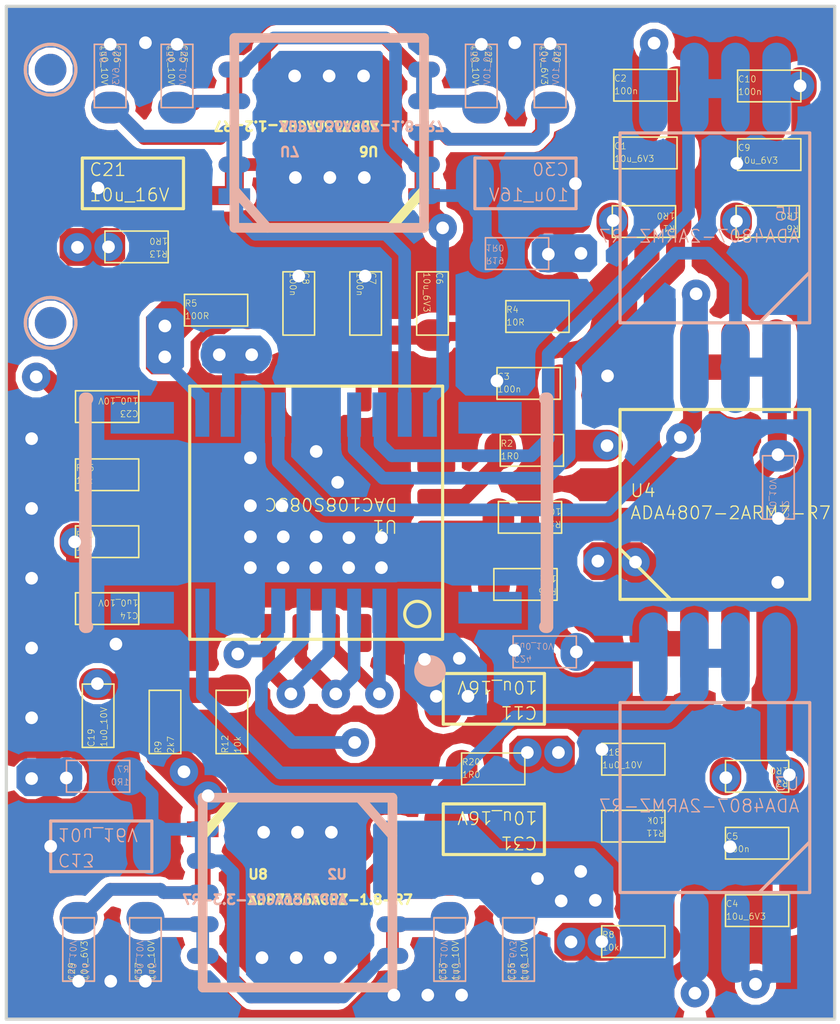
<source format=kicad_pcb>
(kicad_pcb (version 20221018) (generator pcbnew)
  (layers (0 "F.Cu" signal "Top Layer") (1 "In1.Cu" signal "GND Layer") (2 "In2.Cu" signal "Layer 1") (3 "In3.Cu" signal "Layer 2") (4 "In4.Cu" signal "Layer 3") (31 "B.Cu" signal "Bottom Layer") (34 "B.Paste" user "Bottom Paste") (35 "F.Paste" user "Top Paste") (36 "B.SilkS" user "Bottom Overlay") (37 "F.SilkS" user "Top Overlay") (38 "B.Mask" user "Bottom Solder") (39 "F.Mask" user "Top Solder") (44 "Edge.Cuts" user))
  (property "SHEET" "DAC and OPAMPs")
  (property "SHEETTOTAL" "1")
  (net 0 "")
  (net 1 "Net-(U1-VA)")
  (net 2 "Net-(U1-Vref1)")
  (net 3 "Net-(U2-EN)")
  (net 4 "SUP_C")
  (net 5 "SUP_B")
  (net 6 "SUP_A")
  (net 7 "Net-(U5A-+IN)")
  (net 8 "Net-(U2-REF)")
  (net 9 "Net-(U2-VREG)")
  (net 10 "Net-(U2-BYP)")
  (net 11 "Net-(U4A-+IN)")
  (net 12 "Net-(U3A-+IN)")
  (net 13 "Net-(U6-EN)")
  (net 14 "Net-(U4B-+IN2)")
  (net 15 "Net-(U5B-+IN2)")
  (net 16 "Net-(U3B-+IN2)")
  (net 17 "Net-(U6-REF)")
  (net 18 "Net-(U6-VREG)")
  (net 19 "Net-(U6-BYP)")
  (net 20 "Net-(U7-EN)")
  (net 21 "Net-(U8-EN)")
  (net 22 "Net-(U7-REF)")
  (net 23 "Net-(U8-REF)")
  (net 24 "Net-(U7-VREG)")
  (net 25 "Net-(U8-VREG)")
  (net 26 "Net-(U7-BYP)")
  (net 27 "3V3")
  (net 28 "VDD_1V2")
  (net 29 "Net-(U8-BYP)")
  (net 32 "VREF_L")
  (net 33 "VREF_L'")
  (net 34 "VREF_H")
  (net 35 "VREF_H'")
  (net 36 "VREF_E")
  (net 37 "VREF_E'")
  (net 38 "VREF_C")
  (net 39 "VREF_COL")
  (net 40 "VREF_COL'")
  (net 41 "VDD_D")
  (net 42 "VDD_A")
  (net 43 "VCM")
  (net 46 "G")
  (net 47 "BATH")
  (net 48 "4V5")
  (net 52 "Net-(U1-VoutC)")
  (net 57 "/\\DAC_CS")
  (net 58 "/DAC_SCK")
  (net 59 "/DAC_SDI")
  (footprint "Footprints:UMSOP8" (layer "F.Cu") (at 153.15699 104.87295 90)
    (fp_text reference "U4" hide)
    (fp_text value "ADA4807-2ARMZ-R7" hide)
  )
  (footprint "Footprints:C0402" (layer "F.Cu") (at 144.65114 98.1036 -90)
    (fp_text reference "C25" hide)
    (fp_text value "1u0_10V" hide)
  )
  (footprint "Footprints:C0402" (layer "F.Cu") (at 150.0511 111.9036 90)
    (fp_text reference "C35" hide)
    (fp_text value "1u0_10V" hide)
  )
  (footprint "Footprints:MFID0508" (layer "F.Cu") (at 142.6511 102.0036 -90)
    (fp_text reference "FID1" hide)
    (fp_text value "FIDUCIAL" hide)
  )
  (footprint "Footprints:C0402" (layer "F.Cu") (at 144.1511 111.9036 90)
    (fp_text reference "C37" hide)
    (fp_text value "1u0_10V" hide)
  )
  (footprint "Footprints:MFID0508" (layer "F.Cu") (at 142.6511 98.00386 -90)
    (fp_text reference "FID2" hide)
    (fp_text value "FIDUCIAL" hide)
  )
  (footprint "Footprints:C0402" (layer "F.Cu") (at 152.05855 99.31941)
    (fp_text reference "C1" hide)
    (fp_text value "10u_6V3" hide)
  )
  (footprint "Footprints:C0402" (layer "F.Cu") (at 154.016 99.34614)
    (fp_text reference "C9" hide)
    (fp_text value "10u_6V3" hide)
  )
  (footprint "Footprints:R0402" (layer "F.Cu") (at 145.2681 101.8036)
    (fp_text reference "R5" hide)
    (fp_text value "100R" hide)
  )
  (footprint "Footprints:ULFCSP10" (layer "F.Cu") (at 146.5571 111.0046)
    (fp_text reference "U8" hide)
    (fp_text value "ADP7156ACPZ-1.8-R7" hide)
  )
  (footprint "Footprints:C0402" (layer "F.Cu") (at 150.5511 98.1036 -90)
    (fp_text reference "C20" hide)
    (fp_text value "10u_6V3" hide)
  )
  (footprint "Footprints:R0402" (layer "F.Cu") (at 143.54525 105.46105)
    (fp_text reference "R10" hide)
    (fp_text value "10k" hide)
  )
  (footprint "Footprints:C0402" (layer "F.Cu") (at 149.46284 98.1036 -90)
    (fp_text reference "C27" hide)
    (fp_text value "1u0_10V" hide)
  )
  (footprint "Footprints:C0402" (layer "F.Cu") (at 143.40273 108.21093 90)
    (fp_text reference "C19" hide)
    (fp_text value "1u0_10V" hide)
  )
  (footprint "Footprints:R0402" (layer "F.Cu") (at 153.82441 109.16753 180)
    (fp_text reference "R3" hide)
    (fp_text value "1R0" hide)
  )
  (footprint "Footprints:C0402" (layer "F.Cu") (at 143.0941 111.9036 90)
    (fp_text reference "C29" hide)
    (fp_text value "10u_6V3" hide)
  )
  (footprint "Footprints:C0402" (layer "F.Cu") (at 151.86696 108.89775)
    (fp_text reference "C18" hide)
    (fp_text value "1u0_10V" hide)
  )
  (footprint "Footprints:UWQFN16H-0.5" (layer "F.Cu") (at 146.8511 105.0036 180)
    (fp_text reference "U1" hide)
    (fp_text value "DAC108S085C" hide)
  )
  (footprint "Footprints:C0402" (layer "F.Cu") (at 146.57579 101.69776 -90)
    (fp_text reference "C8" hide)
    (fp_text value "100n" hide)
  )
  (footprint "Footprints:R0402" (layer "F.Cu") (at 151.86696 109.95521 180)
    (fp_text reference "R11" hide)
    (fp_text value "10k" hide)
  )
  (footprint "Footprints:C0402" (layer "F.Cu") (at 153.82441 110.22499)
    (fp_text reference "C5" hide)
    (fp_text value "100n" hide)
  )
  (footprint "Footprints:C0402" (layer "F.Cu") (at 148.6907 101.69776 -90)
    (fp_text reference "C6" hide)
    (fp_text value "10u_6V3" hide)
  )
  (footprint "Footprints:C0603" (layer "F.Cu") (at 149.6611 107.94375 180)
    (fp_text reference "C11" hide)
    (fp_text value "10u_16V" hide)
  )
  (footprint "Footprints:C0402" (layer "F.Cu") (at 154.01601 98.26196)
    (fp_text reference "C10" hide)
    (fp_text value "100n" hide)
  )
  (footprint "Footprints:R0402" (layer "F.Cu") (at 144.01089 100.8036 180)
    (fp_text reference "R13" hide)
    (fp_text value "1R0" hide)
  )
  (footprint "Footprints:C0603" (layer "F.Cu") (at 149.6611 110.0036 180)
    (fp_text reference "C31" hide)
    (fp_text value "10u_16V" hide)
  )
  (footprint "Footprints:R0402" (layer "F.Cu") (at 145.51834 108.30945 90)
    (fp_text reference "R12" hide)
    (fp_text value "10k" hide)
  )
  (footprint "Footprints:R0402" (layer "F.Cu") (at 150.26282 104.01851)
    (fp_text reference "R2" hide)
    (fp_text value "1R0" hide)
  )
  (footprint "Footprints:C0402" (layer "F.Cu") (at 152.05856 98.25014)
    (fp_text reference "C2" hide)
    (fp_text value "100n" hide)
  )
  (footprint "Footprints:R0402" (layer "F.Cu") (at 153.99211 100.40359 180)
    (fp_text reference "R6" hide)
    (fp_text value "1R0" hide)
  )
  (footprint "Footprints:R0402" (layer "F.Cu") (at 151.86696 111.77948)
    (fp_text reference "R8" hide)
    (fp_text value "10k" hide)
  )
  (footprint "Footprints:R0402" (layer "F.Cu") (at 150.3511 101.9036)
    (fp_text reference "R4" hide)
    (fp_text value "10R" hide)
  )
  (footprint "Footprints:C0402" (layer "F.Cu") (at 143.59368 98.1036 -90)
    (fp_text reference "C26" hide)
    (fp_text value "1u0_10V" hide)
  )
  (footprint "Footprints:C0402" (layer "F.Cu") (at 153.82441 111.2898)
    (fp_text reference "C4" hide)
    (fp_text value "10u_6V3" hide)
  )
  (footprint "Footprints:R0402" (layer "F.Cu") (at 143.54525 104.4036)
    (fp_text reference "R15" hide)
    (fp_text value "10k" hide)
  )
  (footprint "Footprints:R0402" (layer "F.Cu") (at 150.16124 106.13637 180)
    (fp_text reference "R16" hide)
    (fp_text value "10k" hide)
  )
  (footprint "Footprints:R0402" (layer "F.Cu") (at 149.6511 109.0496)
    (fp_text reference "R20" hide)
    (fp_text value "1R0" hide)
  )
  (footprint "Footprints:R0402" (layer "F.Cu") (at 150.23297 105.07596 180)
    (fp_text reference "R14" hide)
    (fp_text value "10k" hide)
  )
  (footprint "Footprints:C0402" (layer "F.Cu") (at 143.54525 106.51851 180)
    (fp_text reference "C14" hide)
    (fp_text value "1u0_10V" hide)
  )
  (footprint "Footprints:C0402" (layer "F.Cu") (at 150.2111 102.96105)
    (fp_text reference "C3" hide)
    (fp_text value "100n" hide)
  )
  (footprint "Footprints:R0402" (layer "F.Cu") (at 144.46089 108.30945 90)
    (fp_text reference "R9" hide)
    (fp_text value "2k7" hide)
  )
  (footprint "Footprints:R0402" (layer "F.Cu") (at 152.03466 100.40359 180)
    (fp_text reference "R1" hide)
    (fp_text value "1R0" hide)
  )
  (footprint "Footprints:C0603" (layer "F.Cu") (at 143.95285 99.8006)
    (fp_text reference "C21" hide)
    (fp_text value "10u_16V" hide)
  )
  (footprint "Footprints:C0402" (layer "F.Cu") (at 143.54525 103.32716 180)
    (fp_text reference "C23" hide)
    (fp_text value "1u0_10V" hide)
  )
  (footprint "Footprints:C0402" (layer "F.Cu") (at 148.9631 111.9036 90)
    (fp_text reference "C33" hide)
    (fp_text value "1u0_10V" hide)
  )
  (footprint "Footprints:ULFCSP10" (layer "F.Cu") (at 147.05699 99.0024 180)
    (fp_text reference "U6" hide)
    (fp_text value "ADP7156ACPZ-1.2-R7" hide)
  )
  (footprint "Footprints:C0402" (layer "F.Cu") (at 147.63325 101.69776 -90)
    (fp_text reference "C7" hide)
    (fp_text value "100n" hide)
  )
  (footprint "Footprints:R0402" (layer "B.Cu") (at 150.0282 100.90961)
    (fp_text reference "R19" hide)
    (fp_text value "1R0" hide)
  )
  (footprint "Footprints:C0402" (layer "B.Cu") (at 144.65125 98.1036 -90)
    (fp_text reference "C36" hide)
    (fp_text value "1u0_10V" hide)
  )
  (footprint "Footprints:FP-51338-0274-MFG" (layer "B.Cu") (at 146.8511 105.0036 180)
    (fp_text reference "J10" hide)
    (fp_text value "51338-0274" hide)
  )
  (footprint "Footprints:C0402" (layer "B.Cu") (at 154.1611 104.6036 90)
    (fp_text reference "C22" hide)
    (fp_text value "1u0_10V" hide)
  )
  (footprint "Footprints:C0603" (layer "B.Cu") (at 150.16124 99.8006 180)
    (fp_text reference "C30" hide)
    (fp_text value "10u_16V" hide)
  )
  (footprint "Footprints:C0402" (layer "B.Cu") (at 150.0511 111.9036 90)
    (fp_text reference "C12" hide)
    (fp_text value "10u_6V3" hide)
  )
  (footprint "Footprints:UMSOP8" (layer "B.Cu") (at 153.1571 109.5036 90)
    (fp_text reference "U3" hide)
    (fp_text value "ADA4807-2ARMZ-R7" hide)
  )
  (footprint "Footprints:C0402" (layer "B.Cu") (at 150.46575 107.20247)
    (fp_text reference "C24" hide)
    (fp_text value "1u0_10V" hide)
  )
  (footprint "Footprints:C0603" (layer "B.Cu") (at 143.45271 110.27339)
    (fp_text reference "C13" hide)
    (fp_text value "10u_16V" hide)
  )
  (footprint "Footprints:C0402" (layer "B.Cu") (at 149.46283 98.1036 -90)
    (fp_text reference "C32" hide)
    (fp_text value "1u0_10V" hide)
  )
  (footprint "Footprints:C0402" (layer "B.Cu") (at 143.59369 98.1036 -90)
    (fp_text reference "C28" hide)
    (fp_text value "10u_6V3" hide)
  )
  (footprint "Footprints:C0402" (layer "B.Cu") (at 143.0941 111.9036 90)
    (fp_text reference "C16" hide)
    (fp_text value "1u0_10V" hide)
  )
  (footprint "Footprints:C0402" (layer "B.Cu") (at 144.1511 111.9036 90)
    (fp_text reference "C15" hide)
    (fp_text value "1u0_10V" hide)
  )
  (footprint "Footprints:ULFCSP10" (layer "B.Cu") (at 147.0571 99.0036)
    (fp_text reference "U7" hide)
    (fp_text value "ADP7156ACPZ-1.8-R7" hide)
  )
  (footprint "Footprints:R0402" (layer "B.Cu") (at 143.40273 109.16754 180)
    (fp_text reference "R7" hide)
    (fp_text value "1R0" hide)
  )
  (footprint "Footprints:C0402" (layer "B.Cu") (at 150.5511 98.1036 -90)
    (fp_text reference "C34" hide)
    (fp_text value "1u0_10V" hide)
  )
  (footprint "Footprints:ULFCSP10" (layer "B.Cu") (at 146.5571 111.0046 180)
    (fp_text reference "U2" hide)
    (fp_text value "ADP7156ACPZ-3.3-R7" hide)
  )
  (footprint "Footprints:MFID0508" (layer "B.Cu") (at 142.6511 102.0036 -90)
    (fp_text reference "FID3" hide)
    (fp_text value "FIDUCIAL" hide)
  )
  (footprint "Footprints:UMSOP8" (layer "B.Cu") (at 153.1571 100.5036 90)
    (fp_text reference "U5" hide)
    (fp_text value "ADA4807-2ARMZ-R7" hide)
  )
  (footprint "Footprints:C0402" (layer "B.Cu") (at 148.96295 111.9036 90)
    (fp_text reference "C17" hide)
    (fp_text value "1u0_10V" hide)
  )
  (footprint "Footprints:MFID0508" (layer "B.Cu") (at 142.6511 98.0036 -90)
    (fp_text reference "FID4" hide)
    (fp_text value "FIDUCIAL" hide)
  )
  (gr_line (start 155.0511 97.0036) (end 155.0511 113.0036) (stroke (width 0.05)) (layer "Edge.Cuts"))
  (gr_line (start 141.9511 97.0036) (end 155.0511 97.0036) (stroke (width 0.05)) (layer "Edge.Cuts"))
  (gr_line (start 141.9511 113.0036) (end 141.9511 97.0036) (stroke (width 0.05)) (layer "Edge.Cuts"))
  (gr_line (start 155.0511 113.0036) (end 141.9511 113.0036) (stroke (width 0.05)) (layer "Edge.Cuts"))
  (segment (start 146.6063 107.31106) (end 147.16164 107.8664) (width 0.2) (layer "F.Cu") (net 0))
  (segment (start 146.1011 107.4906) (end 146.4511 107.84061) (width 0.2) (layer "F.Cu") (net 0))
  (segment (start 146.08368 106.92102) (end 146.1011 106.93844) (width 0.2) (layer "F.Cu") (net 0))
  (segment (start 146.4511 107.8666) (end 146.4511 107.84061) (width 0.2) (layer "F.Cu") (net 0))
  (segment (start 147.1261 107.1416) (end 147.8511 107.8666) (width 0.2) (layer "F.Cu") (net 0))
  (segment (start 146.6011 106.9036) (end 146.6063 106.90879) (width 0.2) (layer "F.Cu") (net 0))
  (segment (start 147.1261 107.1416) (end 147.1261 106.9286) (width 0.2) (layer "F.Cu") (net 0))
  (segment (start 146.1011 107.4906) (end 146.1011 106.93844) (width 0.2) (layer "F.Cu") (net 0))
  (segment (start 147.1011 106.9036) (end 147.1261 106.9286) (width 0.2) (layer "F.Cu") (net 0))
  (segment (start 146.6063 107.31106) (end 146.6063 106.90879) (width 0.2) (layer "F.Cu") (net 0))
  (segment (start 146.08368 106.92102) (end 146.1011 106.9036) (width 0.1) (layer "F.Cu") (net 0))
  (via (at 146.4511 107.8666) (size 0.45) (drill 0.2) (layers "F.Cu" "B.Cu") (net 0))
  (via (at 147.16164 107.8664) (size 0.45) (drill 0.2) (layers "F.Cu" "B.Cu") (net 0))
  (via (at 147.8511 107.8666) (size 0.45) (drill 0.2) (layers "F.Cu" "B.Cu") (net 0))
  (segment (start 147.16164 107.8664) (end 147.4511 107.57694) (width 0.2) (layer "B.Cu") (net 0))
  (segment (start 146.99109 106.5536) (end 146.99109 106.3786) (width 0.1) (layer "B.Cu") (net 0))
  (segment (start 147.8511 107.8036) (end 147.8511 106.5536) (width 0.2) (layer "B.Cu") (net 0))
  (segment (start 147.40753 106.36216) (end 147.4511 106.3186) (width 0.1) (layer "B.Cu") (net 0))
  (segment (start 147.40753 106.5536) (end 147.40753 106.36216) (width 0.1) (layer "B.Cu") (net 0))
  (segment (start 146.99109 106.3786) (end 147.05109 106.3186) (width 0.1) (layer "B.Cu") (net 0))
  (segment (start 146.4511 107.8036) (end 147.0511 107.2036) (width 0.2) (layer "B.Cu") (net 0))
  (segment (start 147.0511 107.2036) (end 147.0511 106.5536) (width 0.2) (layer "B.Cu") (net 0))
  (segment (start 147.4511 107.57694) (end 147.4511 106.5536) (width 0.2) (layer "B.Cu") (net 0))
  (segment (start 147.6011 103.1036) (end 147.6011 102.2299) (width 0.25) (layer "F.Cu") (net 1))
  (segment (start 148.7481 102.14036) (end 149.21434 102.14036) (width 0.3) (layer "F.Cu") (net 1))
  (segment (start 149.3437 102.011) (end 149.7437 102.011) (width 0.3) (layer "F.Cu") (net 1))
  (segment (start 147.63325 102.19776) (end 148.6907 102.19776) (width 0.3) (layer "F.Cu") (net 1))
  (segment (start 149.7437 102.011) (end 149.8511 101.9036) (width 0.2) (layer "F.Cu") (net 1))
  (segment (start 148.6907 102.19776) (end 148.7481 102.14036) (width 0.2) (layer "F.Cu") (net 1))
  (segment (start 149.21434 102.14036) (end 149.3437 102.011) (width 0.3) (layer "F.Cu") (net 1))
  (segment (start 148.6907 102.19776) (end 148.6907 102.19776) (width 0.2) (layer "F.Cu") (net 1))
  (segment (start 147.6011 102.2299) (end 147.63325 102.19776) (width 0.25) (layer "F.Cu") (net 1))
  (segment (start 145.7681 101.8036) (end 145.78131 101.8168) (width 0.3) (layer "F.Cu") (net 2))
  (segment (start 146.59943 103.10193) (end 146.59943 102.22138) (width 0.25) (layer "F.Cu") (net 2))
  (segment (start 145.78131 101.8168) (end 146.19484 101.8168) (width 0.3) (layer "F.Cu") (net 2))
  (segment (start 147.0761 102.9036) (end 147.1011 102.9286) (width 0.2) (layer "F.Cu") (net 2))
  (segment (start 146.59943 103.10193) (end 146.6011 103.1036) (width 0.2) (layer "F.Cu") (net 2))
  (segment (start 146.57579 102.19775) (end 146.59943 102.22138) (width 0.2) (layer "F.Cu") (net 2))
  (segment (start 146.51839 102.14036) (end 146.57579 102.19776) (width 0.2) (layer "F.Cu") (net 2))
  (segment (start 146.19484 101.8168) (end 146.57579 102.19776) (width 0.3) (layer "F.Cu") (net 2))
  (segment (start 146.6011 103.1036) (end 147.1011 103.1036) (width 0.25) (layer "F.Cu") (net 2))
  (segment (start 147.1011 103.1036) (end 147.1011 102.9286) (width 0.2) (layer "F.Cu") (net 2))
  (segment (start 145.3511 110.5036) (end 145.5371 110.6896) (width 0.2) (layer "B.Cu") (net 3))
  (segment (start 147.9321 112.0046) (end 148.0571 112.0046) (width 0.2) (layer "B.Cu") (net 3))
  (segment (start 145.0581 110.5036) (end 145.3511 110.5036) (width 0.2) (layer "B.Cu") (net 3))
  (segment (start 145.80426 112.6536) (end 147.2831 112.6536) (width 0.2) (layer "B.Cu") (net 3))
  (segment (start 145.0571 110.5046) (end 145.0581 110.5036) (width 0.2) (layer "B.Cu") (net 3))
  (segment (start 144.2571 110.1036) (end 144.2571 109.4576) (width 0.2) (layer "B.Cu") (net 3))
  (segment (start 145.5371 112.38644) (end 145.80426 112.6536) (width 0.2) (layer "B.Cu") (net 3))
  (segment (start 144.3561 110.0046) (end 145.0571 110.0046) (width 0.2) (layer "B.Cu") (net 3))
  (segment (start 143.8491 109.0496) (end 144.2571 109.4576) (width 0.2) (layer "B.Cu") (net 3))
  (segment (start 145.5371 112.38644) (end 145.5371 110.6896) (width 0.2) (layer "B.Cu") (net 3))
  (segment (start 147.2831 112.6536) (end 147.9321 112.0046) (width 0.2) (layer "B.Cu") (net 3))
  (segment (start 144.2571 110.1036) (end 144.3561 110.0046) (width 0.3) (layer "B.Cu") (net 3))
  (segment (start 145.0571 110.5046) (end 145.0571 110.0046) (width 0.25) (layer "B.Cu") (net 3))
  (segment (start 154.516 99.34613) (end 154.516 98.26196) (width 0.3) (layer "F.Cu") (net 4))
  (segment (start 154.50406 99.35808) (end 154.516 99.34614) (width 0.2) (layer "F.Cu") (net 4))
  (segment (start 154.49211 100.40359) (end 154.50406 100.39164) (width 0.2) (layer "F.Cu") (net 4))
  (segment (start 154.50406 100.39164) (end 154.50406 99.35808) (width 0.3) (layer "F.Cu") (net 4))
  (via (at 154.50439 98.25974) (size 0.45) (drill 0.2) (layers "F.Cu" "B.Cu") (net 4))
  (segment (start 154.17596 98.25974) (end 154.50439 98.25974) (width 0.2) (layer "B.Cu") (net 4))
  (segment (start 154.33452 110.21487) (end 154.33452 109.17765) (width 0.3) (layer "F.Cu") (net 5))
  (segment (start 154.32441 109.16753) (end 154.32441 109.154) (width 0.2) (layer "F.Cu") (net 5))
  (segment (start 154.32441 109.16753) (end 154.33452 109.17765) (width 0.2) (layer "F.Cu") (net 5))
  (segment (start 154.32441 109.154) (end 154.33456 109.14385) (width 0.2) (layer "F.Cu") (net 5))
  (segment (start 154.32441 110.22499) (end 154.33452 110.21487) (width 0.2) (layer "F.Cu") (net 5))
  (segment (start 154.32441 111.2898) (end 154.32441 110.22499) (width 0.3) (layer "F.Cu") (net 5))
  (via (at 154.33456 109.14385) (size 0.45) (drill 0.2) (layers "F.Cu" "B.Cu") (net 5))
  (segment (start 154.33456 109.14385) (end 154.33456 109.0762) (width 0.2) (layer "B.Cu") (net 5))
  (segment (start 154.1321 108.87374) (end 154.1321 107.3036) (width 0.3) (layer "B.Cu") (net 5))
  (segment (start 154.1321 108.87374) (end 154.33456 109.0762) (width 0.3) (layer "B.Cu") (net 5))
  (segment (start 152.53466 101.10892) (end 152.53466 100.40359) (width 0.3) (layer "F.Cu") (net 6))
  (segment (start 152.54661 99.33136) (end 152.55855 99.31941) (width 0.2) (layer "F.Cu") (net 6))
  (segment (start 152.55855 99.31941) (end 152.55855 99.31941) (width 0.2) (layer "F.Cu") (net 6))
  (segment (start 152.53466 100.40359) (end 152.54661 100.39164) (width 0.2) (layer "F.Cu") (net 6))
  (segment (start 152.55855 98.25014) (end 152.55856 98.25014) (width 0.2) (layer "F.Cu") (net 6))
  (segment (start 152.55855 99.31941) (end 152.55855 98.25014) (width 0.3) (layer "F.Cu") (net 6))
  (segment (start 152.18199 101.46159) (end 152.53466 101.10892) (width 0.3) (layer "F.Cu") (net 6))
  (segment (start 152.18199 102.67295) (end 152.18199 101.46159) (width 0.3) (layer "F.Cu") (net 6))
  (segment (start 152.54661 100.39164) (end 152.54661 99.33136) (width 0.3) (layer "F.Cu") (net 6))
  (segment (start 143.04525 106.51851) (end 143.04525 105.46105) (width 0.3) (layer "F.Cu") (net 7))
  (via (at 143.03138 105.4646) (size 0.45) (drill 0.2) (layers "F.Cu" "B.Cu") (net 7))
  (via (at 152.85937 101.54505) (size 0.45) (drill 0.2) (layers "F.Cu" "B.Cu") (net 7))
  (segment (start 152.84573 101.55869) (end 152.85937 101.54505) (width 0.2) (layer "B.Cu") (net 7))
  (segment (start 152.84573 102.59824) (end 152.84573 101.55869) (width 0.4) (layer "B.Cu") (net 7))
  (segment (start 152.78427 102.6597) (end 152.84573 102.59824) (width 0.2) (layer "B.Cu") (net 7))
  (segment (start 145.0571 112.0046) (end 145.0571 111.5046) (width 0.2) (layer "B.Cu") (net 8))
  (segment (start 144.38328 111.5046) (end 145.0571 111.5046) (width 0.2) (layer "B.Cu") (net 8))
  (segment (start 144.1511 111.4036) (end 144.28228 111.4036) (width 0.2) (layer "B.Cu") (net 8))
  (segment (start 144.28228 111.4036) (end 144.38328 111.5046) (width 0.2) (layer "B.Cu") (net 8))
  (segment (start 143.5941 110.9536) (end 144.3875 110.9536) (width 0.2) (layer "B.Cu") (net 9))
  (segment (start 143.0941 111.4036) (end 143.1441 111.4036) (width 0.2) (layer "B.Cu") (net 9))
  (segment (start 143.1441 111.4036) (end 143.5941 110.9536) (width 0.2) (layer "B.Cu") (net 9))
  (segment (start 144.3875 110.9536) (end 144.43849 111.0046) (width 0.2) (layer "B.Cu") (net 9))
  (segment (start 144.43849 111.0046) (end 145.0571 111.0046) (width 0.2) (layer "B.Cu") (net 9))
  (segment (start 148.83177 111.4036) (end 148.96295 111.4036) (width 0.2) (layer "B.Cu") (net 10))
  (segment (start 148.73078 111.5046) (end 148.83177 111.4036) (width 0.2) (layer "B.Cu") (net 10))
  (segment (start 148.0571 111.5046) (end 148.73078 111.5046) (width 0.2) (layer "B.Cu") (net 10))
  (segment (start 153.48199 108.05087) (end 153.48199 107.07295) (width 0.3) (layer "F.Cu") (net 11))
  (segment (start 152.3511 111.78774) (end 152.3511 111.77948) (width 0.2) (layer "F.Cu") (net 11))
  (segment (start 152.3511 111.78774) (end 152.36695 111.8036) (width 0.2) (layer "F.Cu") (net 11))
  (segment (start 152.35903 109.73822) (end 152.36695 109.74615) (width 0.2) (layer "F.Cu") (net 11))
  (segment (start 152.36695 111.77948) (end 152.36695 109.95521) (width 0.3) (layer "F.Cu") (net 11))
  (segment (start 152.721 108.81186) (end 153.48199 108.05087) (width 0.3) (layer "F.Cu") (net 11))
  (segment (start 152.35903 109.73822) (end 152.35903 108.82196) (width 0.3) (layer "F.Cu") (net 11))
  (segment (start 152.36695 108.89775) (end 152.45285 108.81186) (width 0.3) (layer "F.Cu") (net 11))
  (segment (start 152.45285 108.81186) (end 152.721 108.81186) (width 0.3) (layer "F.Cu") (net 11))
  (segment (start 152.36695 109.95521) (end 152.36695 109.74615) (width 0.2) (layer "F.Cu") (net 11))
  (segment (start 144.29145 107.74413) (end 144.35677 107.80945) (width 0.3) (layer "F.Cu") (net 12))
  (segment (start 144.46089 107.80945) (end 145.51834 107.80945) (width 0.4) (layer "F.Cu") (net 12))
  (segment (start 143.42203 107.67266) (end 143.53337 107.67266) (width 0.3) (layer "F.Cu") (net 12))
  (segment (start 143.3911 107.7036) (end 143.42203 107.67266) (width 0.3) (layer "F.Cu") (net 12))
  (segment (start 144.35677 107.80945) (end 144.46089 107.80945) (width 0.3) (layer "F.Cu") (net 12))
  (segment (start 143.40273 107.71093) (end 143.43592 107.74413) (width 0.3) (layer "F.Cu") (net 12))
  (segment (start 143.43592 107.74413) (end 144.29145 107.74413) (width 0.4) (layer "F.Cu") (net 12))
  (via (at 143.3911 107.7036) (size 0.45) (drill 0.2) (layers "F.Cu" "B.Cu") (net 12))
  (via (at 152.8411 112.5936) (size 0.45) (drill 0.2) (layers "F.Cu" "B.Cu") (net 12))
  (segment (start 152.8366 112.5891) (end 152.8366 111.7081) (width 0.2) (layer "B.Cu") (net 12))
  (segment (start 152.8366 112.5891) (end 152.8411 112.5936) (width 0.2) (layer "B.Cu") (net 12))
  (segment (start 152.8321 111.7036) (end 152.8366 111.7081) (width 0.2) (layer "B.Cu") (net 12))
  (segment (start 144.84621 99.99284) (end 145.54742 99.99284) (width 0.3) (layer "F.Cu") (net 13))
  (segment (start 144.75698 99.9036) (end 144.84621 99.99284) (width 0.2) (layer "F.Cu") (net 13))
  (segment (start 145.55699 99.50361) (end 145.97769 99.50361) (width 0.2) (layer "F.Cu") (net 13))
  (segment (start 145.55698 99.5036) (end 145.55698 99.50361) (width 0.1) (layer "F.Cu") (net 13))
  (segment (start 145.54742 99.99284) (end 145.55699 100.0024) (width 0.2) (layer "F.Cu") (net 13))
  (segment (start 145.55699 99.50361) (end 145.55699 99.5024) (width 0.2) (layer "F.Cu") (net 13))
  (segment (start 148.43198 98.0036) (end 148.55698 98.0036) (width 0.1) (layer "F.Cu") (net 13))
  (segment (start 144.51089 100.93992) (end 144.75698 100.69383) (width 0.3) (layer "F.Cu") (net 13))
  (segment (start 145.97769 99.50361) (end 146.03627 99.44503) (width 0.2) (layer "F.Cu") (net 13))
  (segment (start 146.21556 97.5036) (end 147.93198 97.5036) (width 0.2) (layer "F.Cu") (net 13))
  (segment (start 144.75698 100.69383) (end 144.75698 99.9036) (width 0.3) (layer "F.Cu") (net 13))
  (segment (start 146.03627 99.44503) (end 146.03627 97.68289) (width 0.2) (layer "F.Cu") (net 13))
  (segment (start 145.55699 100.0024) (end 145.55699 99.50361) (width 0.3) (layer "F.Cu") (net 13))
  (segment (start 145.55698 99.50361) (end 145.55699 99.50361) (width 0.2) (layer "F.Cu") (net 13))
  (segment (start 147.93198 97.5036) (end 148.43198 98.0036) (width 0.2) (layer "F.Cu") (net 13))
  (segment (start 146.03627 97.68289) (end 146.21556 97.5036) (width 0.2) (layer "F.Cu") (net 13))
  (segment (start 154.14334 104.07519) (end 154.14334 102.6843) (width 0.3) (layer "F.Cu") (net 14))
  (segment (start 150.73297 105.07596) (end 153.16527 105.07596) (width 0.3) (layer "F.Cu") (net 14))
  (segment (start 153.16527 105.07596) (end 154.15469 104.08654) (width 0.3) (layer "F.Cu") (net 14))
  (segment (start 154.14334 104.07519) (end 154.15469 104.08654) (width 0.2) (layer "F.Cu") (net 14))
  (segment (start 154.13199 102.67295) (end 154.14334 102.6843) (width 0.2) (layer "F.Cu") (net 14))
  (via (at 154.15469 104.08654) (size 0.45) (drill 0.2) (layers "F.Cu" "B.Cu") (net 14))
  (segment (start 143.04525 104.4036) (end 143.04525 103.32716) (width 0.3) (layer "F.Cu") (net 15))
  (segment (start 142.42369 102.85729) (end 142.46119 102.89479) (width 0.254) (layer "F.Cu") (net 15))
  (segment (start 142.59631 102.89479) (end 143.02868 103.32716) (width 0.3) (layer "F.Cu") (net 15))
  (segment (start 143.02868 103.32716) (end 143.04525 103.32716) (width 0.254) (layer "F.Cu") (net 15))
  (segment (start 142.46119 102.89479) (end 142.59631 102.89479) (width 0.254) (layer "F.Cu") (net 15))
  (via (at 142.42369 102.85729) (size 0.45) (drill 0.2) (layers "F.Cu" "B.Cu") (net 15))
  (via (at 152.1956 97.58436) (size 0.45) (drill 0.2) (layers "F.Cu" "B.Cu") (net 15))
  (segment (start 152.1821 97.59786) (end 152.1956 97.58436) (width 0.2) (layer "B.Cu") (net 15))
  (segment (start 152.1821 98.3036) (end 152.1821 97.59786) (width 0.2) (layer "B.Cu") (net 15))
  (segment (start 150.67743 106.91414) (end 150.67743 106.35714) (width 0.3) (layer "F.Cu") (net 16))
  (segment (start 150.67743 106.91414) (end 150.96575 107.20247) (width 0.3) (layer "F.Cu") (net 16))
  (via (at 150.96575 107.20247) (size 0.45) (drill 0.2) (layers "F.Cu" "B.Cu") (net 16))
  (segment (start 152.11281 107.20247) (end 152.1821 107.27176) (width 0.3) (layer "B.Cu") (net 16))
  (segment (start 152.1821 107.3036) (end 152.1821 107.27176) (width 0.3) (layer "B.Cu") (net 16))
  (segment (start 150.96575 107.20247) (end 152.11281 107.20247) (width 0.3) (layer "B.Cu") (net 16))
  (segment (start 145.55698 98.5024) (end 145.55698 98.0036) (width 0.25) (layer "F.Cu") (net 17))
  (segment (start 144.70854 98.5462) (end 144.9245 98.5462) (width 0.2) (layer "F.Cu") (net 17))
  (segment (start 144.9245 98.5462) (end 144.96829 98.5024) (width 0.2) (layer "F.Cu") (net 17))
  (segment (start 144.65114 98.6036) (end 144.70854 98.5462) (width 0.2) (layer "F.Cu") (net 17))
  (segment (start 144.96829 98.5024) (end 145.55699 98.5024) (width 0.2) (layer "F.Cu") (net 17))
  (segment (start 143.64368 98.6036) (end 144.13226 99.09218) (width 0.2) (layer "F.Cu") (net 18))
  (segment (start 145.32868 99.09218) (end 145.41846 99.0024) (width 0.2) (layer "F.Cu") (net 18))
  (segment (start 145.41846 99.0024) (end 145.55699 99.0024) (width 0.2) (layer "F.Cu") (net 18))
  (segment (start 143.59368 98.6036) (end 143.64368 98.6036) (width 0.2) (layer "F.Cu") (net 18))
  (segment (start 144.13226 99.09218) (end 145.32868 99.09218) (width 0.2) (layer "F.Cu") (net 18))
  (segment (start 149.33166 98.6036) (end 149.46284 98.6036) (width 0.2) (layer "F.Cu") (net 19))
  (segment (start 149.23047 98.5024) (end 149.33166 98.6036) (width 0.2) (layer "F.Cu") (net 19))
  (segment (start 148.55699 98.5024) (end 149.23047 98.5024) (width 0.2) (layer "F.Cu") (net 19))
  (segment (start 148.55698 98.5036) (end 148.68198 98.5036) (width 0.2) (layer "F.Cu") (net 19))
  (segment (start 148.4321 99.5036) (end 148.5571 99.5036) (width 0.2) (layer "B.Cu") (net 20))
  (segment (start 149.48994 100.87134) (end 149.48994 100.67992) (width 0.3) (layer "B.Cu") (net 20))
  (segment (start 146.1821 97.5036) (end 147.9511 97.5036) (width 0.2) (layer "B.Cu") (net 20))
  (segment (start 149.48994 100.87134) (end 149.5282 100.90961) (width 0.3) (layer "B.Cu") (net 20))
  (segment (start 148.5571 100.0036) (end 148.5571 99.5036) (width 0.25) (layer "B.Cu") (net 20))
  (segment (start 145.5571 98.0036) (end 145.6821 98.0036) (width 0.2) (layer "B.Cu") (net 20))
  (segment (start 149.47613 100.66611) (end 149.47613 100.27634) (width 0.3) (layer "B.Cu") (net 20))
  (segment (start 147.9511 97.5036) (end 148.1071 97.6596) (width 0.2) (layer "B.Cu") (net 20))
  (segment (start 149.47613 100.66611) (end 149.48994 100.67992) (width 0.3) (layer "B.Cu") (net 20))
  (segment (start 149.39744 100.06798) (end 149.41864 100.08918) (width 0.3) (layer "B.Cu") (net 20))
  (segment (start 148.1071 99.1786) (end 148.4321 99.5036) (width 0.2) (layer "B.Cu") (net 20))
  (segment (start 148.56666 99.99403) (end 149.2192 99.99403) (width 0.2) (layer "B.Cu") (net 20))
  (segment (start 148.1071 99.1786) (end 148.1071 97.6596) (width 0.2) (layer "B.Cu") (net 20))
  (segment (start 149.36124 100.06798) (end 149.39744 100.06798) (width 0.3) (layer "B.Cu") (net 20))
  (segment (start 149.41864 100.21885) (end 149.41864 100.08918) (width 0.3) (layer "B.Cu") (net 20))
  (segment (start 149.41864 100.21885) (end 149.47613 100.27634) (width 0.3) (layer "B.Cu") (net 20))
  (segment (start 148.5571 100.0036) (end 148.56666 99.99403) (width 0.2) (layer "B.Cu") (net 20))
  (segment (start 149.36124 100.06798) (end 149.36124 99.85199) (width 0.2) (layer "B.Cu") (net 20))
  (segment (start 145.6821 98.0036) (end 146.1821 97.5036) (width 0.2) (layer "B.Cu") (net 20))
  (segment (start 149.2192 99.99403) (end 149.36124 99.85199) (width 0.2) (layer "B.Cu") (net 20))
  (segment (start 149.1511 109.13533) (end 149.1511 109.0496) (width 0.3) (layer "F.Cu") (net 21))
  (segment (start 147.20094 112.6536) (end 147.6071 112.24744) (width 0.2) (layer "F.Cu") (net 21))
  (segment (start 147.6071 112.24744) (end 147.6071 110.8296) (width 0.2) (layer "F.Cu") (net 21))
  (segment (start 148.06667 110.01416) (end 148.77167 110.01416) (width 0.2) (layer "F.Cu") (net 21))
  (segment (start 148.0571 110.0046) (end 148.06667 110.01416) (width 0.2) (layer "F.Cu") (net 21))
  (segment (start 148.8611 110.0036) (end 148.9111 109.9536) (width 0.3) (layer "F.Cu") (net 21))
  (segment (start 145.0571 112.0046) (end 145.1821 112.0046) (width 0.2) (layer "F.Cu") (net 21))
  (segment (start 148.0571 110.5046) (end 148.0571 110.0046) (width 0.25) (layer "F.Cu") (net 21))
  (segment (start 145.8311 112.6536) (end 147.20094 112.6536) (width 0.2) (layer "F.Cu") (net 21))
  (segment (start 147.9321 110.5046) (end 148.0571 110.5046) (width 0.2) (layer "F.Cu") (net 21))
  (segment (start 147.6071 110.8296) (end 147.9321 110.5046) (width 0.2) (layer "F.Cu") (net 21))
  (segment (start 148.9111 109.9536) (end 148.9111 109.37534) (width 0.3) (layer "F.Cu") (net 21))
  (segment (start 145.1821 112.0046) (end 145.8311 112.6536) (width 0.2) (layer "F.Cu") (net 21))
  (segment (start 148.9111 109.37534) (end 149.1511 109.13533) (width 0.3) (layer "F.Cu") (net 21))
  (segment (start 149.23165 98.5036) (end 149.33165 98.6036) (width 0.2) (layer "B.Cu") (net 22))
  (segment (start 148.5571 98.5036) (end 149.23165 98.5036) (width 0.2) (layer "B.Cu") (net 22))
  (segment (start 148.5571 98.5036) (end 148.5571 98.0036) (width 0.25) (layer "B.Cu") (net 22))
  (segment (start 149.33165 98.6036) (end 149.46283 98.6036) (width 0.2) (layer "B.Cu") (net 22))
  (segment (start 148.0571 111.5046) (end 148.73092 111.5046) (width 0.2) (layer "F.Cu") (net 23))
  (segment (start 148.83192 111.4036) (end 148.9631 111.4036) (width 0.2) (layer "F.Cu") (net 23))
  (segment (start 148.73092 111.5046) (end 148.83192 111.4036) (width 0.2) (layer "F.Cu") (net 23))
  (segment (start 148.0571 112.0046) (end 148.0571 111.5046) (width 0.2) (layer "F.Cu") (net 23))
  (segment (start 148.5571 99.0036) (end 148.56666 99.01316) (width 0.2) (layer "B.Cu") (net 24))
  (segment (start 148.9511 99.1036) (end 150.32654 99.1036) (width 0.2) (layer "B.Cu") (net 24))
  (segment (start 148.86067 99.01316) (end 148.9511 99.1036) (width 0.2) (layer "B.Cu") (net 24))
  (segment (start 148.56666 99.01316) (end 148.86067 99.01316) (width 0.2) (layer "B.Cu") (net 24))
  (segment (start 150.4437 98.98644) (end 150.4437 98.711) (width 0.2) (layer "B.Cu") (net 24))
  (segment (start 150.32654 99.1036) (end 150.4437 98.98644) (width 0.2) (layer "B.Cu") (net 24))
  (segment (start 150.4437 98.711) (end 150.5511 98.6036) (width 0.2) (layer "B.Cu") (net 24))
  (segment (start 148.0571 111.0046) (end 148.67571 111.0046) (width 0.2) (layer "F.Cu") (net 25))
  (segment (start 148.7267 110.9536) (end 149.5511 110.9536) (width 0.2) (layer "F.Cu") (net 25))
  (segment (start 150.0011 111.4036) (end 150.0511 111.4036) (width 0.2) (layer "F.Cu") (net 25))
  (segment (start 148.67571 111.0046) (end 148.7267 110.9536) (width 0.2) (layer "F.Cu") (net 25))
  (segment (start 149.5511 110.9536) (end 150.0011 111.4036) (width 0.2) (layer "F.Cu") (net 25))
  (segment (start 144.78243 98.6036) (end 144.88243 98.5036) (width 0.2) (layer "B.Cu") (net 26))
  (segment (start 144.88243 98.5036) (end 145.5571 98.5036) (width 0.2) (layer "B.Cu") (net 26))
  (segment (start 144.65125 98.6036) (end 144.78243 98.6036) (width 0.2) (layer "B.Cu") (net 26))
  (segment (start 151.54767 100.52072) (end 151.62842 100.60147) (width 0.3) (layer "F.Cu") (net 27))
  (segment (start 153.32441 109.16753) (end 153.33016 109.17329) (width 0.2) (layer "F.Cu") (net 27))
  (segment (start 153.49211 100.4028) (end 153.49725 100.39765) (width 0.2) (layer "F.Cu") (net 27))
  (segment (start 151.54767 100.39058) (end 151.54767 100.38858) (width 0.2) (layer "F.Cu") (net 27))
  (segment (start 151.62842 101.1168) (end 151.62842 100.60147) (width 0.3) (layer "F.Cu") (net 27))
  (segment (start 151.53465 100.4036) (end 151.54767 100.39058) (width 0.2) (layer "F.Cu") (net 27))
  (segment (start 150.8511 101.89413) (end 151.62842 101.1168) (width 0.3) (layer "F.Cu") (net 27))
  (segment (start 153.33016 109.18907) (end 153.33016 109.17329) (width 0.2) (layer "F.Cu") (net 27))
  (segment (start 151.54767 100.52072) (end 151.54767 100.38858) (width 0.3) (layer "F.Cu") (net 27))
  (segment (start 150.8511 101.9036) (end 150.8511 101.89413) (width 0.3) (layer "F.Cu") (net 27))
  (segment (start 153.49211 100.40359) (end 153.49211 100.4028) (width 0.2) (layer "F.Cu") (net 27))
  (via (at 153.33016 109.18907) (size 0.45) (drill 0.2) (layers "F.Cu" "B.Cu") (net 27))
  (via (at 153.49725 100.39765) (size 0.45) (drill 0.2) (layers "F.Cu" "B.Cu") (net 27))
  (via (at 150.72597 111.13601) (size 0.45) (drill 0.2) (layers "F.Cu" "B.Cu") (net 27))
  (via (at 151.2661 111.12591) (size 0.45) (drill 0.2) (layers "F.Cu" "B.Cu") (net 27))
  (via (at 151.03467 110.67074) (size 0.45) (drill 0.2) (layers "F.Cu" "B.Cu") (net 27))
  (via (at 150.3511 110.7836) (size 0.45) (drill 0.2) (layers "F.Cu" "B.Cu") (net 27))
  (via (at 151.54767 100.38858) (size 0.45) (drill 0.2) (layers "F.Cu" "B.Cu") (net 27))
  (segment (start 150.0011 111.4036) (end 150.0511 111.4036) (width 0.2) (layer "B.Cu") (net 27))
  (segment (start 148.55699 100.0024) (end 148.55699 99.50241) (width 0.3) (layer "F.Cu") (net 28))
  (segment (start 148.55698 99.5024) (end 148.55698 99.0036) (width 0.3) (layer "F.Cu") (net 28))
  (segment (start 148.63199 100.0024) (end 148.65699 100.0274) (width 0.3) (layer "F.Cu") (net 28))
  (segment (start 150.41289 98.98644) (end 150.41289 98.711) (width 0.2) (layer "F.Cu") (net 28))
  (segment (start 148.55698 99.0036) (end 148.55818 99.0024) (width 0.2) (layer "F.Cu") (net 28))
  (segment (start 150.41289 98.711) (end 150.52029 98.6036) (width 0.2) (layer "F.Cu") (net 28))
  (segment (start 148.56775 99.01197) (end 148.84658 99.01197) (width 0.2) (layer "F.Cu") (net 28))
  (segment (start 150.29573 99.1036) (end 150.41289 98.98644) (width 0.2) (layer "F.Cu") (net 28))
  (segment (start 148.84658 99.01197) (end 148.93821 99.1036) (width 0.2) (layer "F.Cu") (net 28))
  (segment (start 148.8224 100.43431) (end 148.8224 100.43431) (width 0.3) (layer "F.Cu") (net 28))
  (segment (start 148.55818 99.0024) (end 148.56775 99.01197) (width 0.2) (layer "F.Cu") (net 28))
  (segment (start 148.65699 100.26889) (end 148.65699 100.0274) (width 0.3) (layer "F.Cu") (net 28))
  (segment (start 148.75482 100.40732) (end 148.8511 100.5036) (width 0.2) (layer "F.Cu") (net 28))
  (segment (start 148.55699 100.0024) (end 148.63199 100.0024) (width 0.3) (layer "F.Cu") (net 28))
  (segment (start 148.80211 100.4546) (end 148.8224 100.43431) (width 0.3) (layer "F.Cu") (net 28))
  (segment (start 148.55698 99.5024) (end 148.55699 99.50241) (width 0.3) (layer "F.Cu") (net 28))
  (segment (start 148.93821 99.1036) (end 150.29573 99.1036) (width 0.2) (layer "F.Cu") (net 28))
  (segment (start 148.65699 100.26889) (end 148.8224 100.43431) (width 0.3) (layer "F.Cu") (net 28))
  (via (at 148.8511 100.5036) (size 0.45) (drill 0.2) (layers "F.Cu" "B.Cu") (net 28))
  (segment (start 148.8511 103.0036) (end 148.8511 100.5036) (width 0.2) (layer "B.Cu") (net 28))
  (segment (start 148.6611 103.1936) (end 148.8511 103.0036) (width 0.2) (layer "B.Cu") (net 28))
  (segment (start 148.6511 103.4536) (end 148.6611 103.4436) (width 0.2) (layer "B.Cu") (net 28))
  (segment (start 148.6611 103.4436) (end 148.6611 103.1936) (width 0.2) (layer "B.Cu") (net 28))
  (segment (start 144.28228 111.4036) (end 144.38328 111.5046) (width 0.2) (layer "F.Cu") (net 29))
  (segment (start 144.1511 111.4036) (end 144.28228 111.4036) (width 0.2) (layer "F.Cu") (net 29))
  (segment (start 144.38328 111.5046) (end 145.0571 111.5046) (width 0.2) (layer "F.Cu") (net 29))
  (segment (start 148.0511 104.1036) (end 150.2511 104.1036) (width 0.2) (layer "B.Cu") (net 32))
  (segment (start 152.74037 98.3036) (end 153.39037 98.3036) (width 0.3) (layer "B.Cu") (net 32))
  (segment (start 150.52056 102.49613) (end 152.74037 100.27632) (width 0.2) (layer "B.Cu") (net 32))
  (segment (start 150.2511 104.1036) (end 150.52056 103.83414) (width 0.2) (layer "B.Cu") (net 32))
  (segment (start 147.8511 103.4536) (end 147.8611 103.4636) (width 0.2) (layer "B.Cu") (net 32))
  (segment (start 152.74037 100.27632) (end 152.74037 98.3036) (width 0.2) (layer "B.Cu") (net 32))
  (segment (start 150.52056 103.83414) (end 150.52056 102.49613) (width 0.2) (layer "B.Cu") (net 32))
  (segment (start 147.8611 103.9136) (end 147.8611 103.4636) (width 0.2) (layer "B.Cu") (net 32))
  (segment (start 147.8611 103.9136) (end 148.0511 104.1036) (width 0.2) (layer "B.Cu") (net 32))
  (segment (start 144.11511 104.76761) (end 144.11511 104.59111) (width 0.25) (layer "F.Cu") (net 33))
  (segment (start 144.09308 104.56908) (end 144.09308 104.47057) (width 0.25) (layer "F.Cu") (net 33))
  (segment (start 144.04525 104.4036) (end 144.10265 104.461) (width 0.2) (layer "F.Cu") (net 33))
  (segment (start 144.6011 105.2536) (end 144.9511 105.2536) (width 0.25) (layer "F.Cu") (net 33))
  (segment (start 144.11511 104.76761) (end 144.6011 105.2536) (width 0.25) (layer "F.Cu") (net 33))
  (segment (start 144.09308 104.56908) (end 144.11511 104.59111) (width 0.25) (layer "F.Cu") (net 33))
  (segment (start 144.09308 104.47057) (end 144.10265 104.461) (width 0.25) (layer "F.Cu") (net 33))
  (segment (start 150.8511 104.1036) (end 150.8511 102.58985) (width 0.2) (layer "B.Cu") (net 34))
  (segment (start 147.90515 104.45765) (end 150.49704 104.45765) (width 0.2) (layer "B.Cu") (net 34))
  (segment (start 153.4821 102.7036) (end 153.4821 101.3346) (width 0.2) (layer "B.Cu") (net 34))
  (segment (start 152.53735 100.9036) (end 153.0511 100.9036) (width 0.2) (layer "B.Cu") (net 34))
  (segment (start 150.49704 104.45765) (end 150.8511 104.1036) (width 0.2) (layer "B.Cu") (net 34))
  (segment (start 150.8511 102.58985) (end 152.53735 100.9036) (width 0.2) (layer "B.Cu") (net 34))
  (segment (start 147.4511 104.0036) (end 147.90515 104.45765) (width 0.2) (layer "B.Cu") (net 34))
  (segment (start 147.4511 104.0036) (end 147.4511 103.4536) (width 0.2) (layer "B.Cu") (net 34))
  (segment (start 153.39037 102.7036) (end 154.04037 102.7036) (width 0.3) (layer "B.Cu") (net 34))
  (segment (start 153.0511 100.9036) (end 153.4821 101.3346) (width 0.2) (layer "B.Cu") (net 34))
  (segment (start 144.04525 105.48174) (end 144.04525 105.46105) (width 0.25) (layer "F.Cu") (net 35))
  (segment (start 144.04525 105.48174) (end 144.3167 105.75318) (width 0.25) (layer "F.Cu") (net 35))
  (segment (start 144.77568 105.75318) (end 144.7761 105.7536) (width 0.25) (layer "F.Cu") (net 35))
  (segment (start 144.7761 105.7536) (end 144.9511 105.7536) (width 0.25) (layer "F.Cu") (net 35))
  (segment (start 144.3167 105.75318) (end 144.77568 105.75318) (width 0.25) (layer "F.Cu") (net 35))
  (segment (start 152.80329 103.58082) (end 152.80329 102.76658) (width 0.3) (layer "F.Cu") (net 36))
  (segment (start 152.83199 102.67295) (end 152.86264 102.7036) (width 0.2) (layer "F.Cu") (net 36))
  (segment (start 152.6111 103.8136) (end 152.6111 103.77301) (width 0.3) (layer "F.Cu") (net 36))
  (segment (start 153.4511 102.70385) (end 153.48199 102.67295) (width 0.2) (layer "F.Cu") (net 36))
  (segment (start 152.6111 103.77301) (end 152.80329 103.58082) (width 0.3) (layer "F.Cu") (net 36))
  (segment (start 152.86264 102.7036) (end 153.3761 102.7036) (width 0.4) (layer "F.Cu") (net 36))
  (segment (start 152.86264 102.7036) (end 152.86446 102.70541) (width 0.2) (layer "F.Cu") (net 36))
  (segment (start 153.4511 103.22114) (end 153.4511 102.70385) (width 0.3) (layer "F.Cu") (net 36))
  (segment (start 152.80329 102.76658) (end 152.86446 102.70541) (width 0.3) (layer "F.Cu") (net 36))
  (via (at 152.6111 103.8136) (size 0.45) (drill 0.2) (layers "F.Cu" "B.Cu") (net 36))
  (segment (start 146.2511 104.20256) (end 147.00714 104.9586) (width 0.2) (layer "B.Cu") (net 36))
  (segment (start 151.4661 104.9586) (end 152.6111 103.8136) (width 0.2) (layer "B.Cu") (net 36))
  (segment (start 146.2511 104.20256) (end 146.2511 103.4536) (width 0.2) (layer "B.Cu") (net 36))
  (segment (start 147.00714 104.9586) (end 151.4661 104.9586) (width 0.2) (layer "B.Cu") (net 36))
  (segment (start 148.7511 105.2536) (end 149.60565 105.2536) (width 0.25) (layer "F.Cu") (net 37))
  (via (at 153.79958 112.45088) (size 0.45) (drill 0.2) (layers "F.Cu" "B.Cu") (net 38))
  (via (at 145.61113 107.23605) (size 0.45) (drill 0.2) (layers "F.Cu" "B.Cu") (net 38))
  (segment (start 146.2411 106.94211) (end 146.2411 106.5636) (width 0.2) (layer "B.Cu") (net 38))
  (segment (start 153.79958 112.45088) (end 153.84741 112.40305) (width 0.2) (layer "B.Cu") (net 38))
  (segment (start 145.995 107.18821) (end 146.2411 106.94211) (width 0.2) (layer "B.Cu") (net 38))
  (segment (start 153.93265 112.40305) (end 154.1321 112.2036) (width 0.2) (layer "B.Cu") (net 38))
  (segment (start 146.2411 106.5636) (end 146.2511 106.5536) (width 0.2) (layer "B.Cu") (net 38))
  (segment (start 153.4821 112.1685) (end 153.76448 112.45088) (width 0.2) (layer "B.Cu") (net 38))
  (segment (start 154.1321 112.2036) (end 154.1321 111.7036) (width 0.2) (layer "B.Cu") (net 38))
  (segment (start 153.76448 112.45088) (end 153.79958 112.45088) (width 0.2) (layer "B.Cu") (net 38))
  (segment (start 153.84741 112.40305) (end 153.93265 112.40305) (width 0.2) (layer "B.Cu") (net 38))
  (segment (start 145.65896 107.18821) (end 145.995 107.18821) (width 0.2) (layer "B.Cu") (net 38))
  (segment (start 153.4821 112.1685) (end 153.4821 111.7036) (width 0.2) (layer "B.Cu") (net 38))
  (segment (start 145.61113 107.23605) (end 145.65896 107.18821) (width 0.2) (layer "B.Cu") (net 38))
  (segment (start 146.2811 109.1136) (end 149.1061 109.1136) (width 0.2) (layer "B.Cu") (net 39))
  (segment (start 145.0511 107.8836) (end 145.0511 106.5536) (width 0.2) (layer "B.Cu") (net 39))
  (segment (start 149.9911 108.2286) (end 152.4071 108.2286) (width 0.2) (layer "B.Cu") (net 39))
  (segment (start 145.0511 107.8836) (end 146.2811 109.1136) (width 0.2) (layer "B.Cu") (net 39))
  (segment (start 152.4071 108.2286) (end 152.8321 107.8036) (width 0.2) (layer "B.Cu") (net 39))
  (segment (start 152.8321 107.8036) (end 152.8321 107.3036) (width 0.2) (layer "B.Cu") (net 39))
  (segment (start 152.8321 107.3036) (end 153.4821 107.3036) (width 0.3) (layer "B.Cu") (net 39))
  (segment (start 149.1061 109.1136) (end 149.9911 108.2286) (width 0.2) (layer "B.Cu") (net 39))
  (segment (start 149.38926 105.7536) (end 149.79008 106.15443) (width 0.25) (layer "F.Cu") (net 40))
  (segment (start 148.7511 105.7536) (end 149.38926 105.7536) (width 0.25) (layer "F.Cu") (net 40))
  (segment (start 145.5571 100.0036) (end 145.57341 100.0036) (width 0.2) (layer "B.Cu") (net 41))
  (segment (start 145.41857 99.0036) (end 145.5571 99.0036) (width 0.2) (layer "B.Cu") (net 41))
  (segment (start 145.59841 100.31144) (end 145.59841 100.0286) (width 0.2) (layer "B.Cu") (net 41))
  (segment (start 144.09369 99.0536) (end 145.36857 99.0536) (width 0.2) (layer "B.Cu") (net 41))
  (segment (start 148.2511 103.4536) (end 148.2511 100.9036) (width 0.2) (layer "B.Cu") (net 41))
  (segment (start 143.59369 98.6036) (end 143.64369 98.6036) (width 0.2) (layer "B.Cu") (net 41))
  (segment (start 145.5571 100.0226) (end 145.5571 99.5036) (width 0.25) (layer "B.Cu") (net 41))
  (segment (start 145.5571 99.5036) (end 145.5571 99.0036) (width 0.25) (layer "B.Cu") (net 41))
  (segment (start 147.9511 100.6036) (end 148.2511 100.9036) (width 0.2) (layer "B.Cu") (net 41))
  (segment (start 145.89057 100.6036) (end 147.9511 100.6036) (width 0.2) (layer "B.Cu") (net 41))
  (segment (start 145.5571 100.0226) (end 145.59241 100.0226) (width 0.2) (layer "B.Cu") (net 41))
  (segment (start 143.64369 98.6036) (end 144.09369 99.0536) (width 0.2) (layer "B.Cu") (net 41))
  (segment (start 145.57341 100.0036) (end 145.59841 100.0286) (width 0.2) (layer "B.Cu") (net 41))
  (segment (start 145.59841 100.31144) (end 145.89057 100.6036) (width 0.2) (layer "B.Cu") (net 41))
  (segment (start 145.36857 99.0536) (end 145.41857 99.0036) (width 0.2) (layer "B.Cu") (net 41))
  (segment (start 145.0541 109.9796) (end 145.0571 109.9826) (width 0.2) (layer "F.Cu") (net 42))
  (segment (start 144.76355 109.09605) (end 145.1411 109.4736) (width 0.6) (layer "F.Cu") (net 42))
  (segment (start 143.0941 111.4036) (end 143.1441 111.4036) (width 0.2) (layer "F.Cu") (net 42))
  (segment (start 143.5941 110.9536) (end 144.3875 110.9536) (width 0.2) (layer "F.Cu") (net 42))
  (segment (start 145.0571 110.5046) (end 145.0571 110.0046) (width 0.25) (layer "F.Cu") (net 42))
  (segment (start 144.43849 111.0046) (end 145.0571 111.0046) (width 0.2) (layer "F.Cu") (net 42))
  (segment (start 145.0541 109.9796) (end 145.0541 109.63096) (width 0.25) (layer "F.Cu") (net 42))
  (segment (start 144.3875 110.9536) (end 144.43849 111.0046) (width 0.2) (layer "F.Cu") (net 42))
  (segment (start 145.0571 111.0046) (end 145.0571 110.5046) (width 0.25) (layer "F.Cu") (net 42))
  (segment (start 145.0571 110.0046) (end 145.0571 109.9826) (width 0.2) (layer "F.Cu") (net 42))
  (segment (start 143.1441 111.4036) (end 143.5941 110.9536) (width 0.2) (layer "F.Cu") (net 42))
  (via (at 145.1411 109.4736) (size 0.45) (drill 0.2) (layers "F.Cu" "B.Cu") (net 42))
  (via (at 144.76051 109.09605) (size 0.45) (drill 0.2) (layers "F.Cu" "B.Cu") (net 42))
  (via (at 144.45892 102.05337) (size 0.45) (drill 0.2) (layers "F.Cu" "B.Cu") (net 42))
  (via (at 144.45743 102.54151) (size 0.45) (drill 0.2) (layers "F.Cu" "B.Cu") (net 42))
  (via (at 151.36849 111.7798) (size 0.45) (drill 0.2) (layers "F.Cu" "B.Cu") (net 42))
  (via (at 150.8811 111.7836) (size 0.45) (drill 0.2) (layers "F.Cu" "B.Cu") (net 42))
  (segment (start 145.0411 103.4436) (end 145.0411 103.18264) (width 0.2) (layer "B.Cu") (net 42))
  (segment (start 145.0411 103.4436) (end 145.0511 103.4536) (width 0.2) (layer "B.Cu") (net 42))
  (segment (start 144.45743 102.59897) (end 145.0411 103.18264) (width 0.2) (layer "B.Cu") (net 42))
  (segment (start 152.107 106.97031) (end 152.19581 107.05913) (width 0.6) (layer "F.Cu") (net 43))
  (segment (start 152.18199 107.07295) (end 152.83199 107.07295) (width 0.4) (layer "F.Cu") (net 43))
  (segment (start 152.18199 107.07295) (end 152.19581 107.05913) (width 0.2) (layer "F.Cu") (net 43))
  (segment (start 151.90136 105.78332) (end 152.107 105.98895) (width 0.6) (layer "F.Cu") (net 43))
  (segment (start 152.107 106.97031) (end 152.107 105.98895) (width 0.6) (layer "F.Cu") (net 43))
  (via (at 145.83131 102.50756) (size 0.45) (drill 0.2) (layers "F.Cu" "B.Cu") (net 43))
  (via (at 151.90136 105.78332) (size 0.45) (drill 0.2) (layers "F.Cu" "B.Cu") (net 43))
  (via (at 145.31878 102.50756) (size 0.45) (drill 0.2) (layers "F.Cu" "B.Cu") (net 43))
  (via (at 151.30619 105.76795) (size 0.45) (drill 0.2) (layers "F.Cu" "B.Cu") (net 43))
  (segment (start 145.31878 102.50756) (end 145.3228 102.50354) (width 0.2) (layer "B.Cu") (net 43))
  (segment (start 145.4511 103.4536) (end 145.4611 103.4436) (width 0.2) (layer "B.Cu") (net 43))
  (segment (start 145.4611 103.4436) (end 145.4611 102.64988) (width 0.2) (layer "B.Cu") (net 43))
  (segment (start 145.3228 102.50354) (end 145.85153 102.50354) (width 0.6) (layer "B.Cu") (net 43))
  (segment (start 146.57579 101.19776) (end 146.5759 101.19786) (width 0.3) (layer "F.Cu") (net 46))
  (segment (start 151.36175 109.95255) (end 151.36441 109.95521) (width 0.2) (layer "F.Cu") (net 46))
  (segment (start 150.51497 97.60893) (end 150.52029 97.6036) (width 0.2) (layer "F.Cu") (net 46))
  (segment (start 151.36696 108.74774) (end 151.3711 108.7436) (width 0.2) (layer "F.Cu") (net 46))
  (segment (start 144.04525 106.64968) (end 144.04525 106.51851) (width 0.2) (layer "F.Cu") (net 46))
  (segment (start 153.32441 110.22499) (end 153.34278 110.22499) (width 0.3) (layer "F.Cu") (net 46))
  (segment (start 147.63325 101.19776) (end 148.6907 101.19776) (width 0.3) (layer "F.Cu") (net 46))
  (segment (start 144.04525 103.32716) (end 144.04525 103.26546) (width 0.2) (layer "F.Cu") (net 46))
  (segment (start 150.00447 97.5911) (end 150.49714 97.5911) (width 0.3) (layer "F.Cu") (net 46))
  (segment (start 150.0599 112.48329) (end 150.0599 112.4124) (width 0.2) (layer "F.Cu") (net 46))
  (segment (start 149.1511 112.6336) (end 149.1511 112.5876) (width 0.2) (layer "F.Cu") (net 46))
  (segment (start 153.51601 98.26196) (end 153.51601 98.26196) (width 0.2) (layer "F.Cu") (net 46))
  (segment (start 151.36696 109.95266) (end 151.36696 108.74774) (width 0.2) (layer "F.Cu") (net 46))
  (segment (start 149.44989 112.40246) (end 150.04996 112.40246) (width 0.2) (layer "F.Cu") (net 46))
  (segment (start 151.06669 99.7286) (end 151.14937 99.7286) (width 0.3) (layer "F.Cu") (net 46))
  (segment (start 143.59368 97.6036) (end 143.59369 97.6036) (width 0.3) (layer "F.Cu") (net 46))
  (segment (start 154.13199 106.12271) (end 154.1511 106.1036) (width 0.2) (layer "F.Cu") (net 46))
  (segment (start 143.6032 112.40437) (end 144.15033 112.40437) (width 0.2) (layer "F.Cu") (net 46))
  (segment (start 151.36441 109.95521) (end 151.36696 109.95266) (width 0.2) (layer "F.Cu") (net 46))
  (segment (start 144.1386 97.5911) (end 144.15111 97.5786) (width 0.3) (layer "F.Cu") (net 46))
  (segment (start 148.9631 112.4036) (end 148.9671 112.4036) (width 0.2) (layer "F.Cu") (net 46))
  (segment (start 146.7011 104.18626) (end 146.8518 104.03555) (width 0.1) (layer "F.Cu") (net 46))
  (segment (start 143.60619 97.5911) (end 144.1386 97.5911) (width 0.3) (layer "F.Cu") (net 46))
  (segment (start 146.5759 101.26499) (end 146.5759 101.19786) (width 0.3) (layer "F.Cu") (net 46))
  (segment (start 151.35825 109.95255) (end 151.36175 109.95255) (width 0.2) (layer "F.Cu") (net 46))
  (segment (start 146.88748 99.3436) (end 147.0511 99.3436) (width 0.2) (layer "F.Cu") (net 46))
  (segment (start 154.13199 107.07295) (end 154.13199 106.12271) (width 0.2) (layer "F.Cu") (net 46))
  (segment (start 143.73238 107.03077) (end 143.73238 106.96256) (width 0.2) (layer "F.Cu") (net 46))
  (segment (start 143.68454 107.0786) (end 143.73238 107.03077) (width 0.2) (layer "F.Cu") (net 46))
  (segment (start 151.14937 99.7286) (end 151.55855 99.31941) (width 0.3) (layer "F.Cu") (net 46))
  (segment (start 146.71026 101.19776) (end 147.63325 101.19776) (width 0.3) (layer "F.Cu") (net 46))
  (segment (start 150.49714 97.5911) (end 150.51497 97.60893) (width 0.3) (layer "F.Cu") (net 46))
  (segment (start 149.1511 112.6336) (end 149.21875 112.6336) (width 0.2) (layer "F.Cu") (net 46))
  (segment (start 149.7111 102.96105) (end 149.7111 102.92107) (width 0.2) (layer "F.Cu") (net 46))
  (segment (start 150.4853 109.9794) (end 151.33139 109.9794) (width 0.2) (layer "F.Cu") (net 46))
  (segment (start 153.32441 111.2898) (end 153.32441 110.22499) (width 0.3) (layer "F.Cu") (net 46))
  (segment (start 146.57579 101.19776) (end 146.64303 101.26499) (width 0.3) (layer "F.Cu") (net 46))
  (segment (start 150.04996 112.40246) (end 150.0599 112.4124) (width 0.2) (layer "F.Cu") (net 46))
  (segment (start 146.7011 104.8536) (end 146.8511 105.0036) (width 0.1) (layer "F.Cu") (net 46))
  (segment (start 148.6907 101.19776) (end 148.6907 101.19776) (width 0.2) (layer "F.Cu") (net 46))
  (segment (start 153.34278 110.22499) (end 153.39649 110.27869) (width 0.3) (layer "F.Cu") (net 46))
  (segment (start 143.59369 97.6036) (end 143.60619 97.5911) (width 0.3) (layer "F.Cu") (net 46))
  (segment (start 151.02039 99.7749) (end 151.06669 99.7286) (width 0.3) (layer "F.Cu") (net 46))
  (segment (start 153.516 99.47073) (end 153.516 99.34614) (width 0.3) (layer "F.Cu") (net 46))
  (segment (start 146.64303 101.26499) (end 146.71026 101.19776) (width 0.3) (layer "F.Cu") (net 46))
  (segment (start 147.63325 101.19776) (end 147.63325 101.19776) (width 0.3) (layer "F.Cu") (net 46))
  (segment (start 146.1011 104.2536) (end 146.1011 103.1036) (width 0.2) (layer "F.Cu") (net 46))
  (segment (start 153.51601 99.34613) (end 153.51601 98.26196) (width 0.3) (layer "F.Cu") (net 46))
  (segment (start 151.55856 99.31941) (end 151.55856 98.25014) (width 0.3) (layer "F.Cu") (net 46))
  (segment (start 143.15285 99.8006) (end 143.3281 99.8006) (width 0.2) (layer "F.Cu") (net 46))
  (segment (start 150.0599 112.59381) (end 150.0599 112.48329) (width 0.2) (layer "F.Cu") (net 46))
  (segment (start 153.516 99.34614) (end 153.51601 99.34613) (width 0.3) (layer "F.Cu") (net 46))
  (segment (start 149.97947 97.5911) (end 149.99197 97.5786) (width 0.3) (layer "F.Cu") (net 46))
  (segment (start 147.62551 101.26499) (end 147.63325 101.25725) (width 0.3) (layer "F.Cu") (net 46))
  (segment (start 146.7011 104.8536) (end 146.7011 104.18626) (width 0.1) (layer "F.Cu") (net 46))
  (segment (start 149.71007 102.92004) (end 149.7111 102.92107) (width 0.2) (layer "F.Cu") (net 46))
  (segment (start 150.4611 110.0036) (end 150.4853 109.9794) (width 0.2) (layer "F.Cu") (net 46))
  (segment (start 144.15033 112.40437) (end 144.1511 112.4036) (width 0.2) (layer "F.Cu") (net 46))
  (segment (start 143.60243 112.40514) (end 143.6032 112.40437) (width 0.2) (layer "F.Cu") (net 46))
  (segment (start 149.46284 97.6036) (end 149.46817 97.60893) (width 0.2) (layer "F.Cu") (net 46))
  (segment (start 146.1011 104.2536) (end 146.7011 104.8536) (width 0.1) (layer "F.Cu") (net 46))
  (segment (start 146.52274 99.70834) (end 146.88748 99.3436) (width 0.2) (layer "F.Cu") (net 46))
  (segment (start 151.33139 109.9794) (end 151.35825 109.95255) (width 0.2) (layer "F.Cu") (net 46))
  (segment (start 149.48599 97.5911) (end 149.97947 97.5911) (width 0.3) (layer "F.Cu") (net 46))
  (segment (start 143.3281 99.8006) (end 143.4011 99.8736) (width 0.2) (layer "F.Cu") (net 46))
  (segment (start 143.73238 106.96256) (end 144.04525 106.64968) (width 0.2) (layer "F.Cu") (net 46))
  (segment (start 143.59368 97.6036) (end 143.59368 97.6036) (width 0.1) (layer "F.Cu") (net 46))
  (segment (start 148.9671 112.4036) (end 149.1511 112.5876) (width 0.2) (layer "F.Cu") (net 46))
  (segment (start 149.99197 97.6036) (end 150.00447 97.5911) (width 0.3) (layer "F.Cu") (net 46))
  (segment (start 153.50276 99.48398) (end 153.516 99.47073) (width 0.3) (layer "F.Cu") (net 46))
  (segment (start 149.21875 112.6336) (end 149.44989 112.40246) (width 0.2) (layer "F.Cu") (net 46))
  (segment (start 147.63325 101.25725) (end 147.63325 101.19776) (width 0.3) (layer "F.Cu") (net 46))
  (segment (start 149.46817 97.60893) (end 149.48599 97.5911) (width 0.3) (layer "F.Cu") (net 46))
  (segment (start 147.0511 99.3436) (end 147.0511 98.1036) (width 0.2) (layer "F.Cu") (net 46))
  (via (at 148.0811 112.6236) (size 0.45) (drill 0.2) (layers "F.Cu" "B.Cu") (net 46))
  (via (at 145.81019 105.8712) (size 0.45) (drill 0.2) (layers "F.Cu" "B.Cu") (net 46))
  (via (at 146.32848 105.8712) (size 0.45) (drill 0.2) (layers "F.Cu" "B.Cu") (net 46))
  (via (at 148.6161 112.6236) (size 0.45) (drill 0.2) (layers "F.Cu" "B.Cu") (net 46))
  (via (at 146.84499 105.8712) (size 0.45) (drill 0.2) (layers "F.Cu" "B.Cu") (net 46))
  (via (at 147.88333 105.39716) (size 0.45) (drill 0.2) (layers "F.Cu" "B.Cu") (net 46))
  (via (at 151.3711 108.7436) (size 0.45) (drill 0.2) (layers "F.Cu" "B.Cu") (net 46))
  (via (at 143.4011 99.8736) (size 0.45) (drill 0.2) (layers "F.Cu" "B.Cu") (net 46))
  (via (at 146.53632 112.03299) (size 0.45) (drill 0.2) (layers "F.Cu" "B.Cu") (net 46))
  (via (at 146.3311 105.3836) (size 0.45) (drill 0.2) (layers "F.Cu" "B.Cu") (net 46))
  (via (at 153.50276 99.48398) (size 0.45) (drill 0.2) (layers "F.Cu" "B.Cu") (net 46))
  (via (at 144.15111 97.5786) (size 0.45) (drill 0.2) (layers "F.Cu" "B.Cu") (net 46))
  (via (at 153.39649 110.27869) (size 0.45) (drill 0.2) (layers "F.Cu" "B.Cu") (net 46))
  (via (at 143.09487 112.40437) (size 0.45) (drill 0.2) (layers "F.Cu" "B.Cu") (net 46))
  (via (at 142.3511 106.0386) (size 0.45) (drill 0.2) (layers "F.Cu" "B.Cu") (net 46))
  (via (at 143.68454 107.0786) (size 0.45) (drill 0.2) (layers "F.Cu" "B.Cu") (net 46))
  (via (at 142.3511 104.9361) (size 0.45) (drill 0.2) (layers "F.Cu" "B.Cu") (net 46))
  (via (at 146.5111 98.1036) (size 0.45) (drill 0.2) (layers "F.Cu" "B.Cu") (net 46))
  (via (at 150.5511 97.5936) (size 0.45) (drill 0.2) (layers "F.Cu" "B.Cu") (net 46))
  (via (at 147.6011 98.1036) (size 0.45) (drill 0.2) (layers "F.Cu" "B.Cu") (net 46))
  (via (at 149.46283 97.6036) (size 0.45) (drill 0.2) (layers "F.Cu" "B.Cu") (net 46))
  (via (at 143.60243 112.40514) (size 0.45) (drill 0.2) (layers "F.Cu" "B.Cu") (net 46))
  (via (at 145.8111 104.89268) (size 0.45) (drill 0.2) (layers "F.Cu" "B.Cu") (net 46))
  (via (at 146.8518 104.03555) (size 0.45) (drill 0.2) (layers "F.Cu" "B.Cu") (net 46))
  (via (at 146.5759 101.26499) (size 0.45) (drill 0.2) (layers "F.Cu" "B.Cu") (net 46))
  (via (at 146.30903 104.89268) (size 0.45) (drill 0.2) (layers "F.Cu" "B.Cu") (net 46))
  (via (at 147.06774 99.70834) (size 0.45) (drill 0.2) (layers "F.Cu" "B.Cu") (net 46))
  (via (at 146.52274 99.70834) (size 0.45) (drill 0.2) (layers "F.Cu" "B.Cu") (net 46))
  (via (at 149.99197 97.5786) (size 0.45) (drill 0.2) (layers "F.Cu" "B.Cu") (net 46))
  (via (at 147.62551 101.26499) (size 0.45) (drill 0.2) (layers "F.Cu" "B.Cu") (net 46))
  (via (at 142.65271 110.27339) (size 0.45) (drill 0.2) (layers "F.Cu" "B.Cu") (net 46))
  (via (at 143.59369 97.6036) (size 0.45) (drill 0.2) (layers "F.Cu" "B.Cu") (net 46))
  (via (at 146.5561 110.05131) (size 0.45) (drill 0.2) (layers "F.Cu" "B.Cu") (net 46))
  (via (at 154.1511 106.1036) (size 0.45) (drill 0.2) (layers "F.Cu" "B.Cu") (net 46))
  (via (at 142.3511 107.1411) (size 0.45) (drill 0.2) (layers "F.Cu" "B.Cu") (net 46))
  (via (at 147.36938 105.39716) (size 0.45) (drill 0.2) (layers "F.Cu" "B.Cu") (net 46))
  (via (at 144.15033 112.40437) (size 0.45) (drill 0.2) (layers "F.Cu" "B.Cu") (net 46))
  (via (at 147.1911 104.5236) (size 0.45) (drill 0.2) (layers "F.Cu" "B.Cu") (net 46))
  (via (at 145.8111 105.3836) (size 0.45) (drill 0.2) (layers "F.Cu" "B.Cu") (net 46))
  (via (at 147.88333 105.8712) (size 0.45) (drill 0.2) (layers "F.Cu" "B.Cu") (net 46))
  (via (at 145.81193 104.13673) (size 0.45) (drill 0.2) (layers "F.Cu" "B.Cu") (net 46))
  (via (at 150.9511 99.8036) (size 0.45) (drill 0.2) (layers "F.Cu" "B.Cu") (net 46))
  (via (at 149.71007 102.92004) (size 0.45) (drill 0.2) (layers "F.Cu" "B.Cu") (net 46))
  (via (at 142.3511 108.2436) (size 0.45) (drill 0.2) (layers "F.Cu" "B.Cu") (net 46))
  (via (at 154.1611 105.0936) (size 0.45) (drill 0.2) (layers "F.Cu" "B.Cu") (net 46))
  (via (at 142.3511 103.8336) (size 0.45) (drill 0.2) (layers "F.Cu" "B.Cu") (net 46))
  (via (at 145.99419 112.03299) (size 0.45) (drill 0.2) (layers "F.Cu" "B.Cu") (net 46))
  (via (at 146.8511 105.3836) (size 0.45) (drill 0.2) (layers "F.Cu" "B.Cu") (net 46))
  (via (at 147.0561 98.1036) (size 0.45) (drill 0.2) (layers "F.Cu" "B.Cu") (net 46))
  (via (at 147.36505 105.8712) (size 0.45) (drill 0.2) (layers "F.Cu" "B.Cu") (net 46))
  (via (at 144.65125 97.6036) (size 0.45) (drill 0.2) (layers "F.Cu" "B.Cu") (net 46))
  (via (at 149.1511 112.6236) (size 0.45) (drill 0.2) (layers "F.Cu" "B.Cu") (net 46))
  (via (at 147.61274 99.70834) (size 0.45) (drill 0.2) (layers "F.Cu" "B.Cu") (net 46))
  (via (at 151.45877 102.84157) (size 0.45) (drill 0.2) (layers "F.Cu" "B.Cu") (net 46))
  (via (at 147.09124 110.05131) (size 0.45) (drill 0.2) (layers "F.Cu" "B.Cu") (net 46))
  (via (at 147.07483 112.03299) (size 0.45) (drill 0.2) (layers "F.Cu" "B.Cu") (net 46))
  (via (at 146.0211 110.05131) (size 0.45) (drill 0.2) (layers "F.Cu" "B.Cu") (net 46))
  (via (at 149.99002 107.17796) (size 0.45) (drill 0.2) (layers "F.Cu" "B.Cu") (net 46))
  (segment (start 143.5937 97.6036) (end 143.6062 97.5911) (width 0.3) (layer "B.Cu") (net 46))
  (segment (start 144.65124 97.6036) (end 144.65125 97.6036) (width 0.2) (layer "B.Cu") (net 46))
  (segment (start 149.1511 112.6336) (end 149.21875 112.6336) (width 0.2) (layer "B.Cu") (net 46))
  (segment (start 152.1821 111.7036) (end 152.20933 111.73083) (width 0.2) (layer "B.Cu") (net 46))
  (segment (start 144.1386 97.5911) (end 144.15111 97.5786) (width 0.3) (layer "B.Cu") (net 46))
  (segment (start 143.09487 112.40437) (end 143.60165 112.40437) (width 0.2) (layer "B.Cu") (net 46))
  (segment (start 149.98665 97.60893) (end 149.98665 97.58392) (width 0.2) (layer "B.Cu") (net 46))
  (segment (start 150.52795 97.5911) (end 150.54577 97.60893) (width 0.3) (layer "B.Cu") (net 46))
  (segment (start 149.46283 97.6036) (end 149.46816 97.60893) (width 0.2) (layer "B.Cu") (net 46))
  (segment (start 143.0941 112.4036) (end 143.09487 112.40437) (width 0.2) (layer "B.Cu") (net 46))
  (segment (start 150.54577 97.60893) (end 150.5511 97.6036) (width 0.2) (layer "B.Cu") (net 46))
  (segment (start 151.45877 102.84157) (end 152.11281 102.84157) (width 0.3) (layer "B.Cu") (net 46))
  (segment (start 143.59369 97.6036) (end 143.5937 97.6036) (width 0.2) (layer "B.Cu") (net 46))
  (segment (start 143.60165 112.40437) (end 143.60243 112.40514) (width 0.2) (layer "B.Cu") (net 46))
  (segment (start 143.6032 112.40437) (end 144.15033 112.40437) (width 0.2) (layer "B.Cu") (net 46))
  (segment (start 148.96295 112.4036) (end 148.96703 112.4036) (width 0.2) (layer "B.Cu") (net 46))
  (segment (start 150.96124 99.85199) (end 150.96124 99.81374) (width 0.2) (layer "B.Cu") (net 46))
  (segment (start 149.98665 97.58392) (end 149.99197 97.5786) (width 0.2) (layer "B.Cu") (net 46))
  (segment (start 149.1511 112.6336) (end 149.1511 112.58767) (width 0.2) (layer "B.Cu") (net 46))
  (segment (start 150.00447 97.5911) (end 150.52795 97.5911) (width 0.3) (layer "B.Cu") (net 46))
  (segment (start 144.15111 97.6036) (end 144.65124 97.6036) (width 0.3) (layer "B.Cu") (net 46))
  (segment (start 143.6062 97.5911) (end 144.1386 97.5911) (width 0.3) (layer "B.Cu") (net 46))
  (segment (start 149.46816 97.60893) (end 149.98665 97.60893) (width 0.3) (layer "B.Cu") (net 46))
  (segment (start 144.15033 112.40437) (end 144.1511 112.4036) (width 0.2) (layer "B.Cu") (net 46))
  (segment (start 150.9511 99.8036) (end 150.96124 99.81374) (width 0.2) (layer "B.Cu") (net 46))
  (segment (start 149.44989 112.40246) (end 150.04996 112.40246) (width 0.2) (layer "B.Cu") (net 46))
  (segment (start 152.11281 102.84157) (end 152.11281 102.67405) (width 0.3) (layer "B.Cu") (net 46))
  (segment (start 149.99197 97.5786) (end 150.00447 97.5911) (width 0.3) (layer "B.Cu") (net 46))
  (segment (start 148.96703 112.4036) (end 149.1511 112.58767) (width 0.2) (layer "B.Cu") (net 46))
  (segment (start 149.21875 112.6336) (end 149.44989 112.40246) (width 0.2) (layer "B.Cu") (net 46))
  (segment (start 143.60243 112.40514) (end 143.6032 112.40437) (width 0.2) (layer "B.Cu") (net 46))
  (segment (start 150.04996 112.40246) (end 150.0511 112.4036) (width 0.2) (layer "B.Cu") (net 46))
  (segment (start 150.86281 103.96851) (end 150.88721 103.94411) (width 0.5) (layer "F.Cu") (net 47))
  (segment (start 151.45059 103.94411) (end 151.4511 103.9436) (width 0.5) (layer "F.Cu") (net 47))
  (segment (start 150.7511 103.9536) (end 150.7511 103.23119) (width 0.4) (layer "F.Cu") (net 47))
  (segment (start 150.76282 103.96851) (end 150.86281 103.96851) (width 0.5) (layer "F.Cu") (net 47))
  (segment (start 150.75109 103.23119) (end 150.7511 103.23119) (width 0.2) (layer "F.Cu") (net 47))
  (segment (start 150.76282 104.01851) (end 150.76282 103.96851) (width 0.5) (layer "F.Cu") (net 47))
  (segment (start 150.88721 103.94411) (end 151.45059 103.94411) (width 0.5) (layer "F.Cu") (net 47))
  (via (at 151.4511 103.9436) (size 0.45) (drill 0.2) (layers "F.Cu" "B.Cu") (net 47))
  (via (at 147.4611 108.63296) (size 0.45) (drill 0.2) (layers "F.Cu" "B.Cu") (net 47))
  (segment (start 146.47545 108.63296) (end 147.4611 108.63296) (width 0.2) (layer "B.Cu") (net 47))
  (segment (start 146.6411 106.5636) (end 146.6511 106.5536) (width 0.2) (layer "B.Cu") (net 47))
  (segment (start 145.98544 107.65926) (end 146.6411 107.0036) (width 0.2) (layer "B.Cu") (net 47))
  (segment (start 146.6411 107.0036) (end 146.6411 106.5636) (width 0.2) (layer "B.Cu") (net 47))
  (segment (start 145.98544 108.14295) (end 145.98544 107.65926) (width 0.2) (layer "B.Cu") (net 47))
  (segment (start 145.98544 108.14295) (end 146.47545 108.63296) (width 0.2) (layer "B.Cu") (net 47))
  (segment (start 148.7511 108.05375) (end 148.8611 107.94375) (width 0.2) (layer "F.Cu") (net 48))
  (segment (start 143.51089 100.8036) (end 143.56644 100.8036) (width 0.2) (layer "F.Cu") (net 48))
  (segment (start 150.1511 108.84108) (end 150.19086 108.80131) (width 0.2) (layer "F.Cu") (net 48))
  (segment (start 143.56644 100.8036) (end 143.56691 100.80407) (width 0.2) (layer "F.Cu") (net 48))
  (segment (start 150.1511 109.0496) (end 150.1511 108.84108) (width 0.2) (layer "F.Cu") (net 48))
  (via (at 150.52267 100.91939) (size 0.45) (drill 0.2) (layers "F.Cu" "B.Cu") (net 48))
  (via (at 143.07588 100.81021) (size 0.45) (drill 0.2) (layers "F.Cu" "B.Cu") (net 48))
  (via (at 150.19086 108.79176) (size 0.45) (drill 0.2) (layers "F.Cu" "B.Cu") (net 48))
  (via (at 148.56474 107.31989) (size 0.45) (drill 0.2) (layers "F.Cu" "B.Cu") (net 48))
  (via (at 150.68249 108.79176) (size 0.45) (drill 0.2) (layers "F.Cu" "B.Cu") (net 48))
  (via (at 149.2511 107.9036) (size 0.45) (drill 0.2) (layers "F.Cu" "B.Cu") (net 48))
  (via (at 142.3511 109.2036) (size 0.45) (drill 0.2) (layers "F.Cu" "B.Cu") (net 48))
  (via (at 142.89936 109.19368) (size 0.45) (drill 0.2) (layers "F.Cu" "B.Cu") (net 48))
  (via (at 148.7511 107.9036) (size 0.45) (drill 0.2) (layers "F.Cu" "B.Cu") (net 48))
  (via (at 151.03914 100.90606) (size 0.45) (drill 0.2) (layers "F.Cu" "B.Cu") (net 48))
  (via (at 143.56691 100.80407) (size 0.45) (drill 0.2) (layers "F.Cu" "B.Cu") (net 48))
  (via (at 149.11559 107.30388) (size 0.45) (drill 0.2) (layers "F.Cu" "B.Cu") (net 48))
  (segment (start 142.89936 109.19368) (end 142.90273 109.19032) (width 0.2) (layer "B.Cu") (net 48))
  (segment (start 142.90273 109.19032) (end 142.90273 109.16754) (width 0.2) (layer "B.Cu") (net 48))
  (segment (start 150.52267 100.91939) (end 150.5282 100.91386) (width 0.2) (layer "B.Cu") (net 48))
  (segment (start 150.5282 100.91386) (end 150.5282 100.90961) (width 0.2) (layer "B.Cu") (net 48))
  (segment (start 149.70542 104.24743) (end 149.70542 104.20709) (width 0.2) (layer "F.Cu") (net 52))
  (segment (start 149.19925 104.7536) (end 149.70542 104.24743) (width 0.25) (layer "F.Cu") (net 52))
  (segment (start 148.7511 104.7536) (end 149.19925 104.7536) (width 0.25) (layer "F.Cu") (net 52))
  (segment (start 149.70809 104.20441) (end 149.74844 104.20441) (width 0.2) (layer "F.Cu") (net 52))
  (segment (start 149.70542 104.20709) (end 149.70809 104.20441) (width 0.2) (layer "F.Cu") (net 52))
  (zone (net 43) (net_name "VCM") (layer "F.Cu") (priority 4) (connect_pads yes (clearance 0.1)) (min_thickness 0.25) (fill yes (thermal_gap 0.254) (thermal_bridge_width 0.254))
    (polygon (pts (xy 152.0004 106.06768) (xy 152.11364 105.95444) (xy 152.11364 105.58499) (xy 151.99908 105.47043) (xy 151.20766 105.47043) (xy 151.07697 105.60111) (xy 151.07697 105.93619) (xy 151.20816 106.06737)))
  )
  (zone (net 48) (net_name "4V5") (layer "F.Cu") (priority 22) (connect_pads yes (clearance 0.1)) (min_thickness 0.25) (fill yes (thermal_gap 0.254) (thermal_bridge_width 0.254))
    (polygon (pts (xy 143.71723 101.10375) (xy 143.83047 100.99051) (xy 143.83046 100.62106) (xy 143.7159 100.5065) (xy 142.92448 100.5065) (xy 142.79379 100.63718) (xy 142.79379 100.97226) (xy 142.92498 101.10344)))
  )
  (zone (net 42) (net_name "VDD_A") (layer "F.Cu") (priority 1) (connect_pads yes (clearance 0.1)) (min_thickness 0.25) (fill yes (thermal_gap 0.254) (thermal_bridge_width 0.254))
    (polygon (pts (xy 144.88129 108.79379) (xy 144.64822 108.56072) (xy 144.4118 108.56072) (xy 144.18122 108.79129) (xy 144.18122 108.93793) (xy 144.45954 109.21625) (xy 145.01952 109.77667) (xy 145.17967 109.77667) (xy 145.44091 109.51543) (xy 145.44091 109.35341)))
  )
  (zone (net 46) (net_name "G") (layer "F.Cu") (connect_pads yes (clearance 0.1)) (min_thickness 0.25) (fill yes (thermal_gap 0.254) (thermal_bridge_width 0.254))
    (polygon (pts (xy 141.9511 113.0036) (xy 155.0511 113.0036) (xy 155.0511 97.0036) (xy 141.9511 97.0036)))
  )
  (zone (net 42) (net_name "VDD_A") (layer "F.Cu") (priority 8) (connect_pads yes (clearance 0.1)) (min_thickness 0.25) (fill yes (thermal_gap 0.254) (thermal_bridge_width 0.254))
    (polygon (pts (xy 144.7561 102.25347) (xy 145.0711 101.93847) (xy 145.0711 101.4836) (xy 144.58709 101.4836) (xy 144.15915 101.91154) (xy 144.15883 102.73133) (xy 144.24453 102.81703) (xy 144.64153 102.81703) (xy 144.7561 102.70246)))
  )
  (zone (net 42) (net_name "VDD_A") (layer "F.Cu") (priority 7) (connect_pads yes (clearance 0.1)) (min_thickness 0.25) (fill yes (thermal_gap 0.254) (thermal_bridge_width 0.254))
    (polygon (pts (xy 151.5416 112.08001) (xy 151.65484 111.96677) (xy 151.65484 111.59731) (xy 151.54027 111.48275) (xy 150.74885 111.48275) (xy 150.61817 111.61344) (xy 150.61817 111.94851) (xy 150.74935 112.07969)))
  )
  (zone (net 48) (net_name "4V5") (layer "F.Cu") (priority 14) (connect_pads yes (clearance 0.1)) (min_thickness 0.25) (fill yes (thermal_gap 0.254) (thermal_bridge_width 0.254))
    (polygon (pts (xy 150.82778 109.12301) (xy 150.94102 109.00977) (xy 150.94102 108.64032) (xy 150.82646 108.52575) (xy 150.03504 108.52575) (xy 149.90435 108.65644) (xy 149.90435 108.99151) (xy 150.03553 109.12269)))
  )
  (zone (net 46) (net_name "G") (layer "B.Cu") (priority 2) (connect_pads yes (clearance 0.1)) (min_thickness 0.25) (fill yes (thermal_gap 0.254) (thermal_bridge_width 0.254))
    (polygon (pts (xy 141.9511 113.0036) (xy 155.0511 113.0036) (xy 155.0511 97.0036) (xy 141.9511 97.0036)))
  )
  (zone (net 43) (net_name "VCM") (layer "B.Cu") (priority 13) (connect_pads yes (clearance 0.1)) (min_thickness 0.25) (fill yes (thermal_gap 0.254) (thermal_bridge_width 0.254))
    (polygon (pts (xy 145.97227 102.80178) (xy 146.08551 102.68854) (xy 146.08551 102.31909) (xy 145.97095 102.20452) (xy 145.17953 102.20452) (xy 145.04884 102.33521) (xy 145.04884 102.67028) (xy 145.18002 102.80146)))
  )
  (zone (net 48) (net_name "4V5") (layer "B.Cu") (priority 28) (connect_pads yes (clearance 0.1)) (min_thickness 0.25) (fill yes (thermal_gap 0.254) (thermal_bridge_width 0.254))
    (polygon (pts (xy 151.1824 101.20176) (xy 151.29565 101.08852) (xy 151.29564 100.71907) (xy 151.18108 100.6045) (xy 150.38966 100.6045) (xy 150.25897 100.73519) (xy 150.25897 101.07026) (xy 150.39016 101.20145)))
  )
  (zone (net 48) (net_name "4V5") (layer "B.Cu") (priority 12) (connect_pads yes (clearance 0.1)) (min_thickness 0.25) (fill yes (thermal_gap 0.254) (thermal_bridge_width 0.254))
    (polygon (pts (xy 148.13854 106.95845) (xy 148.1406 106.9564) (xy 148.1406 106.2036) (xy 148.8511 106.2036) (xy 148.8511 106.9036) (xy 149.0511 106.9036) (xy 149.5511 107.4036) (xy 149.5511 108.2036) (xy 148.6511 108.2036) (xy 148.2511 107.8036) (xy 148.2511 107.07101)))
  )
  (zone (net 48) (net_name "4V5") (layer "B.Cu") (priority 27) (connect_pads yes (clearance 0.1)) (min_thickness 0.25) (fill yes (thermal_gap 0.254) (thermal_bridge_width 0.254))
    (polygon (pts (xy 143.03537 109.48174) (xy 143.14861 109.3685) (xy 143.14861 108.99904) (xy 143.03404 108.88448) (xy 142.24262 108.88448) (xy 142.11194 109.01517) (xy 142.11194 109.35024) (xy 142.24312 109.48142)))
  )
  (zone (net 27) (net_name "3V3") (layer "B.Cu") (priority 3) (connect_pads yes (clearance 0.1)) (min_thickness 0.25) (fill yes (thermal_gap 0.254) (thermal_bridge_width 0.254))
    (polygon (pts (xy 147.80524 109.87919) (xy 147.7511 109.93333) (xy 147.7511 111.0036) (xy 147.8511 111.1036) (xy 149.4284 111.1036) (xy 149.7284 111.4036) (xy 151.5511 111.4036) (xy 151.5511 110.6036) (xy 151.2511 110.3036) (xy 149.7511 110.3036) (xy 149.31626 109.86876) (xy 147.82789 109.86876)))
  )
  (zone (net 42) (net_name "VDD_A") (layer "B.Cu") (priority 24) (connect_pads yes (clearance 0.1)) (min_thickness 0.25) (fill yes (thermal_gap 0.254) (thermal_bridge_width 0.254))
    (polygon (pts (xy 144.16453 102.69703) (xy 144.27777 102.81027) (xy 144.64722 102.81027) (xy 144.76179 102.6957) (xy 144.76179 101.90429) (xy 144.6311 101.7736) (xy 144.29603 101.7736) (xy 144.16484 101.90478)))
  )
)
</source>
